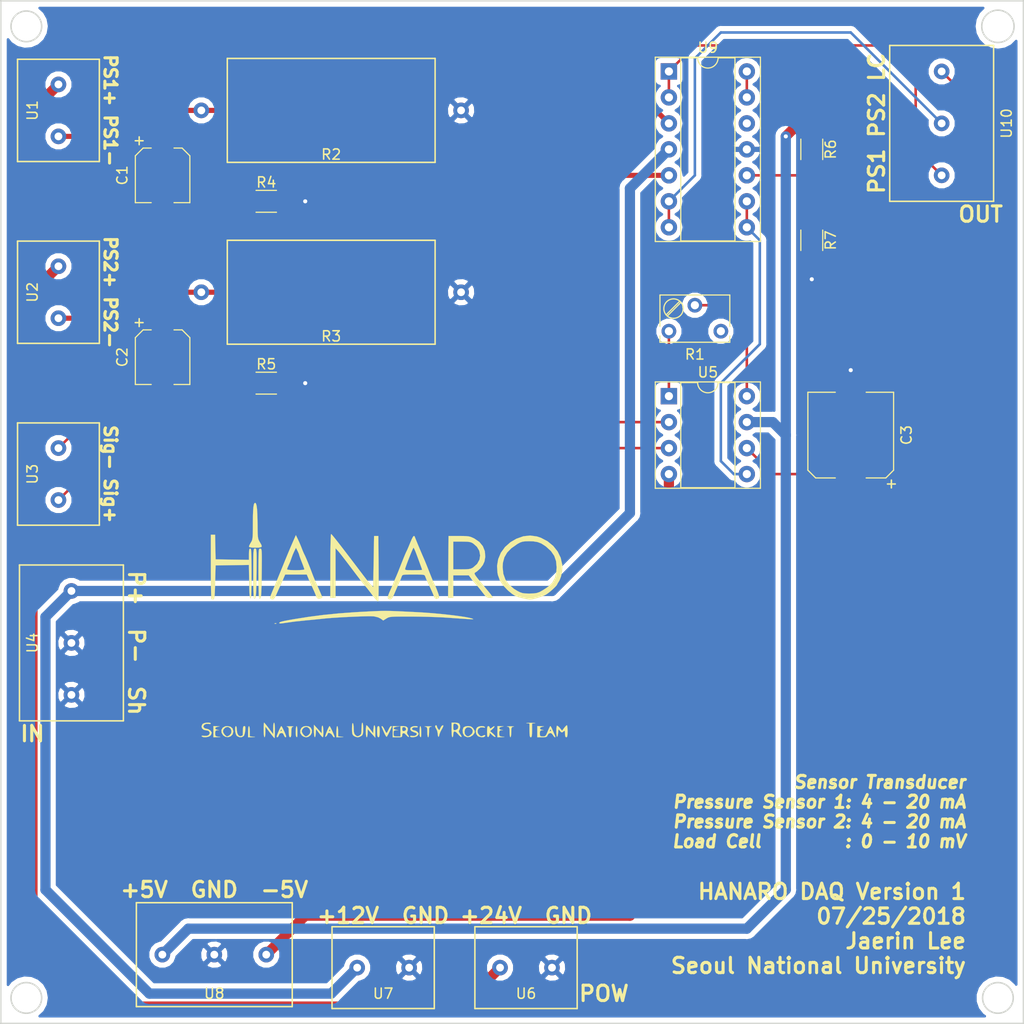
<source format=kicad_pcb>
(kicad_pcb (version 20171130) (host pcbnew "(5.0.0)")

  (general
    (thickness 1.6)
    (drawings 21)
    (tracks 97)
    (zones 0)
    (modules 21)
    (nets 21)
  )

  (page A4)
  (layers
    (0 F.Cu signal)
    (31 B.Cu signal)
    (32 B.Adhes user)
    (33 F.Adhes user)
    (34 B.Paste user)
    (35 F.Paste user)
    (36 B.SilkS user)
    (37 F.SilkS user)
    (38 B.Mask user)
    (39 F.Mask user)
    (40 Dwgs.User user)
    (41 Cmts.User user)
    (42 Eco1.User user)
    (43 Eco2.User user)
    (44 Edge.Cuts user)
    (45 Margin user)
    (46 B.CrtYd user)
    (47 F.CrtYd user)
    (48 B.Fab user)
    (49 F.Fab user)
  )

  (setup
    (last_trace_width 0.25)
    (user_trace_width 0.5)
    (user_trace_width 1)
    (trace_clearance 0.2)
    (zone_clearance 0.508)
    (zone_45_only no)
    (trace_min 0.2)
    (segment_width 0.2)
    (edge_width 0.15)
    (via_size 0.6)
    (via_drill 0.4)
    (via_min_size 0.4)
    (via_min_drill 0.3)
    (uvia_size 0.3)
    (uvia_drill 0.1)
    (uvias_allowed no)
    (uvia_min_size 0.2)
    (uvia_min_drill 0.1)
    (pcb_text_width 0.3)
    (pcb_text_size 1.5 1.5)
    (mod_edge_width 0.15)
    (mod_text_size 1 1)
    (mod_text_width 0.15)
    (pad_size 1.524 1.524)
    (pad_drill 0.762)
    (pad_to_mask_clearance 0.2)
    (aux_axis_origin 0 0)
    (visible_elements 7FFFFFFF)
    (pcbplotparams
      (layerselection 0x010f0_ffffffff)
      (usegerberextensions false)
      (usegerberattributes false)
      (usegerberadvancedattributes false)
      (creategerberjobfile false)
      (excludeedgelayer true)
      (linewidth 0.100000)
      (plotframeref false)
      (viasonmask false)
      (mode 1)
      (useauxorigin false)
      (hpglpennumber 1)
      (hpglpenspeed 20)
      (hpglpendiameter 15.000000)
      (psnegative false)
      (psa4output false)
      (plotreference true)
      (plotvalue true)
      (plotinvisibletext false)
      (padsonsilk false)
      (subtractmaskfromsilk false)
      (outputformat 1)
      (mirror false)
      (drillshape 0)
      (scaleselection 1)
      (outputdirectory ""))
  )

  (net 0 "")
  (net 1 /PS1-)
  (net 2 "Net-(C1-Pad2)")
  (net 3 /PS2-)
  (net 4 "Net-(C2-Pad2)")
  (net 5 /LCout)
  (net 6 GND)
  (net 7 "Net-(R1-Pad1)")
  (net 8 "Net-(R1-Pad2)")
  (net 9 +5V)
  (net 10 "Net-(R6-Pad2)")
  (net 11 /24V+)
  (net 12 /LCSig-)
  (net 13 /LCSig+)
  (net 14 +12V)
  (net 15 /AD620Ref)
  (net 16 -9VA)
  (net 17 /PS1out)
  (net 18 /floating)
  (net 19 /PS2out)
  (net 20 "Net-(U9-Pad13)")

  (net_class Default "This is the default net class."
    (clearance 0.2)
    (trace_width 0.25)
    (via_dia 0.6)
    (via_drill 0.4)
    (uvia_dia 0.3)
    (uvia_drill 0.1)
    (add_net +12V)
    (add_net +5V)
    (add_net -9VA)
    (add_net /24V+)
    (add_net /AD620Ref)
    (add_net /LCSig+)
    (add_net /LCSig-)
    (add_net /LCout)
    (add_net /PS1-)
    (add_net /PS1out)
    (add_net /PS2-)
    (add_net /PS2out)
    (add_net /floating)
    (add_net GND)
    (add_net "Net-(C1-Pad2)")
    (add_net "Net-(C2-Pad2)")
    (add_net "Net-(R1-Pad1)")
    (add_net "Net-(R1-Pad2)")
    (add_net "Net-(R6-Pad2)")
    (add_net "Net-(U9-Pad13)")
  )

  (module Capacitors_SMD:CP_Elec_5x5.3 (layer F.Cu) (tedit 58AA8A8F) (tstamp 5B57E3DD)
    (at 50.8 52.07 270)
    (descr "SMT capacitor, aluminium electrolytic, 5x5.3")
    (path /5B581369)
    (attr smd)
    (fp_text reference C1 (at 0 3.92 270) (layer F.SilkS)
      (effects (font (size 1 1) (thickness 0.15)))
    )
    (fp_text value CP1 (at 0 -3.92 270) (layer F.Fab)
      (effects (font (size 1 1) (thickness 0.15)))
    )
    (fp_circle (center 0 0) (end 0.3 2.4) (layer F.Fab) (width 0.1))
    (fp_text user + (at -1.37 -0.08 270) (layer F.Fab)
      (effects (font (size 1 1) (thickness 0.15)))
    )
    (fp_text user + (at -3.38 2.34 270) (layer F.SilkS)
      (effects (font (size 1 1) (thickness 0.15)))
    )
    (fp_text user %R (at 0 3.92 270) (layer F.Fab)
      (effects (font (size 1 1) (thickness 0.15)))
    )
    (fp_line (start 2.51 2.49) (end 2.51 -2.54) (layer F.Fab) (width 0.1))
    (fp_line (start -1.84 2.49) (end 2.51 2.49) (layer F.Fab) (width 0.1))
    (fp_line (start -2.51 1.82) (end -1.84 2.49) (layer F.Fab) (width 0.1))
    (fp_line (start -2.51 -1.87) (end -2.51 1.82) (layer F.Fab) (width 0.1))
    (fp_line (start -1.84 -2.54) (end -2.51 -1.87) (layer F.Fab) (width 0.1))
    (fp_line (start 2.51 -2.54) (end -1.84 -2.54) (layer F.Fab) (width 0.1))
    (fp_line (start 2.67 -2.69) (end 2.67 -1.14) (layer F.SilkS) (width 0.12))
    (fp_line (start 2.67 2.64) (end 2.67 1.09) (layer F.SilkS) (width 0.12))
    (fp_line (start -2.67 1.88) (end -2.67 1.09) (layer F.SilkS) (width 0.12))
    (fp_line (start -2.67 -1.93) (end -2.67 -1.14) (layer F.SilkS) (width 0.12))
    (fp_line (start 2.67 -2.69) (end -1.91 -2.69) (layer F.SilkS) (width 0.12))
    (fp_line (start -1.91 -2.69) (end -2.67 -1.93) (layer F.SilkS) (width 0.12))
    (fp_line (start -2.67 1.88) (end -1.91 2.64) (layer F.SilkS) (width 0.12))
    (fp_line (start -1.91 2.64) (end 2.67 2.64) (layer F.SilkS) (width 0.12))
    (fp_line (start -3.95 -2.79) (end 3.95 -2.79) (layer F.CrtYd) (width 0.05))
    (fp_line (start -3.95 -2.79) (end -3.95 2.74) (layer F.CrtYd) (width 0.05))
    (fp_line (start 3.95 2.74) (end 3.95 -2.79) (layer F.CrtYd) (width 0.05))
    (fp_line (start 3.95 2.74) (end -3.95 2.74) (layer F.CrtYd) (width 0.05))
    (pad 1 smd rect (at -2.2 0 90) (size 3 1.6) (layers F.Cu F.Paste F.Mask)
      (net 1 /PS1-))
    (pad 2 smd rect (at 2.2 0 90) (size 3 1.6) (layers F.Cu F.Paste F.Mask)
      (net 2 "Net-(C1-Pad2)"))
    (model Capacitors_SMD.3dshapes/CP_Elec_5x5.3.wrl
      (at (xyz 0 0 0))
      (scale (xyz 1 1 1))
      (rotate (xyz 0 0 180))
    )
  )

  (module Capacitors_SMD:CP_Elec_5x5.3 (layer F.Cu) (tedit 58AA8A8F) (tstamp 5B57E3E3)
    (at 50.8 69.85 270)
    (descr "SMT capacitor, aluminium electrolytic, 5x5.3")
    (path /5B5813E4)
    (attr smd)
    (fp_text reference C2 (at 0 3.92 270) (layer F.SilkS)
      (effects (font (size 1 1) (thickness 0.15)))
    )
    (fp_text value CP1 (at 0 -3.92 270) (layer F.Fab)
      (effects (font (size 1 1) (thickness 0.15)))
    )
    (fp_circle (center 0 0) (end 0.3 2.4) (layer F.Fab) (width 0.1))
    (fp_text user + (at -1.37 -0.08 270) (layer F.Fab)
      (effects (font (size 1 1) (thickness 0.15)))
    )
    (fp_text user + (at -3.38 2.34 270) (layer F.SilkS)
      (effects (font (size 1 1) (thickness 0.15)))
    )
    (fp_text user %R (at 0 3.92 270) (layer F.Fab)
      (effects (font (size 1 1) (thickness 0.15)))
    )
    (fp_line (start 2.51 2.49) (end 2.51 -2.54) (layer F.Fab) (width 0.1))
    (fp_line (start -1.84 2.49) (end 2.51 2.49) (layer F.Fab) (width 0.1))
    (fp_line (start -2.51 1.82) (end -1.84 2.49) (layer F.Fab) (width 0.1))
    (fp_line (start -2.51 -1.87) (end -2.51 1.82) (layer F.Fab) (width 0.1))
    (fp_line (start -1.84 -2.54) (end -2.51 -1.87) (layer F.Fab) (width 0.1))
    (fp_line (start 2.51 -2.54) (end -1.84 -2.54) (layer F.Fab) (width 0.1))
    (fp_line (start 2.67 -2.69) (end 2.67 -1.14) (layer F.SilkS) (width 0.12))
    (fp_line (start 2.67 2.64) (end 2.67 1.09) (layer F.SilkS) (width 0.12))
    (fp_line (start -2.67 1.88) (end -2.67 1.09) (layer F.SilkS) (width 0.12))
    (fp_line (start -2.67 -1.93) (end -2.67 -1.14) (layer F.SilkS) (width 0.12))
    (fp_line (start 2.67 -2.69) (end -1.91 -2.69) (layer F.SilkS) (width 0.12))
    (fp_line (start -1.91 -2.69) (end -2.67 -1.93) (layer F.SilkS) (width 0.12))
    (fp_line (start -2.67 1.88) (end -1.91 2.64) (layer F.SilkS) (width 0.12))
    (fp_line (start -1.91 2.64) (end 2.67 2.64) (layer F.SilkS) (width 0.12))
    (fp_line (start -3.95 -2.79) (end 3.95 -2.79) (layer F.CrtYd) (width 0.05))
    (fp_line (start -3.95 -2.79) (end -3.95 2.74) (layer F.CrtYd) (width 0.05))
    (fp_line (start 3.95 2.74) (end 3.95 -2.79) (layer F.CrtYd) (width 0.05))
    (fp_line (start 3.95 2.74) (end -3.95 2.74) (layer F.CrtYd) (width 0.05))
    (pad 1 smd rect (at -2.2 0 90) (size 3 1.6) (layers F.Cu F.Paste F.Mask)
      (net 3 /PS2-))
    (pad 2 smd rect (at 2.2 0 90) (size 3 1.6) (layers F.Cu F.Paste F.Mask)
      (net 4 "Net-(C2-Pad2)"))
    (model Capacitors_SMD.3dshapes/CP_Elec_5x5.3.wrl
      (at (xyz 0 0 0))
      (scale (xyz 1 1 1))
      (rotate (xyz 0 0 180))
    )
  )

  (module Capacitors_SMD:CP_Elec_8x10 (layer F.Cu) (tedit 58AA9153) (tstamp 5B57E3E9)
    (at 118.11 77.47 90)
    (descr "SMT capacitor, aluminium electrolytic, 8x10")
    (path /5B5825A2)
    (attr smd)
    (fp_text reference C3 (at 0 5.45 90) (layer F.SilkS)
      (effects (font (size 1 1) (thickness 0.15)))
    )
    (fp_text value CP1 (at 0 -5.45 90) (layer F.Fab)
      (effects (font (size 1 1) (thickness 0.15)))
    )
    (fp_circle (center 0 0) (end -0.6 3.9) (layer F.Fab) (width 0.1))
    (fp_text user + (at -2.31 -0.08 90) (layer F.Fab)
      (effects (font (size 1 1) (thickness 0.15)))
    )
    (fp_text user + (at -4.78 3.9 90) (layer F.SilkS)
      (effects (font (size 1 1) (thickness 0.15)))
    )
    (fp_text user %R (at 0 5.45 90) (layer F.Fab)
      (effects (font (size 1 1) (thickness 0.15)))
    )
    (fp_line (start 4.04 4.04) (end 4.04 -4.04) (layer F.Fab) (width 0.1))
    (fp_line (start -3.37 4.04) (end 4.04 4.04) (layer F.Fab) (width 0.1))
    (fp_line (start -4.04 3.37) (end -3.37 4.04) (layer F.Fab) (width 0.1))
    (fp_line (start -4.04 -3.37) (end -4.04 3.37) (layer F.Fab) (width 0.1))
    (fp_line (start -3.37 -4.04) (end -4.04 -3.37) (layer F.Fab) (width 0.1))
    (fp_line (start 4.04 -4.04) (end -3.37 -4.04) (layer F.Fab) (width 0.1))
    (fp_line (start 4.19 4.19) (end 4.19 1.51) (layer F.SilkS) (width 0.12))
    (fp_line (start 4.19 -4.19) (end 4.19 -1.51) (layer F.SilkS) (width 0.12))
    (fp_line (start -4.19 -3.43) (end -4.19 -1.51) (layer F.SilkS) (width 0.12))
    (fp_line (start -4.19 3.43) (end -4.19 1.51) (layer F.SilkS) (width 0.12))
    (fp_line (start 4.19 4.19) (end -3.43 4.19) (layer F.SilkS) (width 0.12))
    (fp_line (start -3.43 4.19) (end -4.19 3.43) (layer F.SilkS) (width 0.12))
    (fp_line (start -4.19 -3.43) (end -3.43 -4.19) (layer F.SilkS) (width 0.12))
    (fp_line (start -3.43 -4.19) (end 4.19 -4.19) (layer F.SilkS) (width 0.12))
    (fp_line (start -5.3 -4.29) (end 5.3 -4.29) (layer F.CrtYd) (width 0.05))
    (fp_line (start -5.3 -4.29) (end -5.3 4.29) (layer F.CrtYd) (width 0.05))
    (fp_line (start 5.3 4.29) (end 5.3 -4.29) (layer F.CrtYd) (width 0.05))
    (fp_line (start 5.3 4.29) (end -5.3 4.29) (layer F.CrtYd) (width 0.05))
    (pad 1 smd rect (at -3.05 0 270) (size 4 2.5) (layers F.Cu F.Paste F.Mask)
      (net 5 /LCout))
    (pad 2 smd rect (at 3.05 0 270) (size 4 2.5) (layers F.Cu F.Paste F.Mask)
      (net 6 GND))
    (model Capacitors_SMD.3dshapes/CP_Elec_8x10.wrl
      (at (xyz 0 0 0))
      (scale (xyz 1 1 1))
      (rotate (xyz 0 0 180))
    )
  )

  (module Potentiometers:Potentiometer_Trimmer_Bourns_3266W (layer F.Cu) (tedit 58826B0B) (tstamp 5B57E3F0)
    (at 100.33 67.31 180)
    (descr "Spindle Trimmer Potentiometer, Bourns 3266W, https://www.bourns.com/pdfs/3266.pdf")
    (tags "Spindle Trimmer Potentiometer   Bourns 3266W")
    (path /5B5155B7)
    (fp_text reference R1 (at -2.54 -2.27 180) (layer F.SilkS)
      (effects (font (size 1 1) (thickness 0.15)))
    )
    (fp_text value R_Variable (at -2.54 4.73 180) (layer F.Fab)
      (effects (font (size 1 1) (thickness 0.15)))
    )
    (fp_circle (center -0.455 2.21) (end 0.435 2.21) (layer F.Fab) (width 0.1))
    (fp_circle (center -0.455 2.21) (end 0.495 2.21) (layer F.SilkS) (width 0.12))
    (fp_line (start -5.895 -1.02) (end -5.895 3.48) (layer F.Fab) (width 0.1))
    (fp_line (start -5.895 3.48) (end 0.815 3.48) (layer F.Fab) (width 0.1))
    (fp_line (start 0.815 3.48) (end 0.815 -1.02) (layer F.Fab) (width 0.1))
    (fp_line (start 0.815 -1.02) (end -5.895 -1.02) (layer F.Fab) (width 0.1))
    (fp_line (start 0.22 1.644) (end -1.021 2.885) (layer F.Fab) (width 0.1))
    (fp_line (start 0.112 1.536) (end -1.13 2.777) (layer F.Fab) (width 0.1))
    (fp_line (start -5.955 -1.08) (end 0.875 -1.08) (layer F.SilkS) (width 0.12))
    (fp_line (start -5.955 3.54) (end 0.875 3.54) (layer F.SilkS) (width 0.12))
    (fp_line (start -5.955 -1.08) (end -5.955 -0.465) (layer F.SilkS) (width 0.12))
    (fp_line (start -5.955 0.465) (end -5.955 3.54) (layer F.SilkS) (width 0.12))
    (fp_line (start 0.875 -1.08) (end 0.875 -0.465) (layer F.SilkS) (width 0.12))
    (fp_line (start 0.875 0.465) (end 0.875 3.54) (layer F.SilkS) (width 0.12))
    (fp_line (start 0.266 1.606) (end -1.059 2.931) (layer F.SilkS) (width 0.12))
    (fp_line (start 0.15 1.49) (end -1.175 2.815) (layer F.SilkS) (width 0.12))
    (fp_line (start -6.15 -1.3) (end -6.15 3.75) (layer F.CrtYd) (width 0.05))
    (fp_line (start -6.15 3.75) (end 1.1 3.75) (layer F.CrtYd) (width 0.05))
    (fp_line (start 1.1 3.75) (end 1.1 -1.3) (layer F.CrtYd) (width 0.05))
    (fp_line (start 1.1 -1.3) (end -6.15 -1.3) (layer F.CrtYd) (width 0.05))
    (pad 1 thru_hole circle (at 0 0 180) (size 1.44 1.44) (drill 0.8) (layers *.Cu *.Mask)
      (net 7 "Net-(R1-Pad1)"))
    (pad 2 thru_hole circle (at -2.54 2.54 180) (size 1.44 1.44) (drill 0.8) (layers *.Cu *.Mask)
      (net 8 "Net-(R1-Pad2)"))
    (pad 3 thru_hole circle (at -5.08 0 180) (size 1.44 1.44) (drill 0.8) (layers *.Cu *.Mask))
    (model Potentiometers.3dshapes/Potentiometer_Trimmer_Bourns_3266W.wrl
      (at (xyz 0 0 0))
      (scale (xyz 0.393701 0.393701 0.393701))
      (rotate (xyz 0 0 0))
    )
  )

  (module Hanaro:Register.Cement.Square.Large (layer F.Cu) (tedit 5B56B262) (tstamp 5B57E3F6)
    (at 67.31 45.72)
    (path /5B514D41)
    (fp_text reference R2 (at 0 4.31) (layer F.SilkS)
      (effects (font (size 1 1) (thickness 0.15)))
    )
    (fp_text value R (at 0 -5.58) (layer F.Fab)
      (effects (font (size 1 1) (thickness 0.15)))
    )
    (fp_line (start -10.16 5.08) (end 10.16 5.08) (layer F.SilkS) (width 0.15))
    (fp_line (start 10.16 -5.08) (end -10.16 -5.08) (layer F.SilkS) (width 0.15))
    (fp_line (start 10.16 -5.08) (end 10.16 5.08) (layer F.SilkS) (width 0.15))
    (fp_line (start -10.16 5.08) (end -10.16 -5.08) (layer F.SilkS) (width 0.15))
    (pad 1 thru_hole circle (at -12.7 0) (size 1.524 1.524) (drill 0.762) (layers *.Cu *.Mask)
      (net 1 /PS1-))
    (pad 2 thru_hole circle (at 12.7 0) (size 1.524 1.524) (drill 0.762) (layers *.Cu *.Mask)
      (net 6 GND))
  )

  (module Hanaro:Register.Cement.Square.Large (layer F.Cu) (tedit 5B56B262) (tstamp 5B57E3FC)
    (at 67.31 63.5)
    (path /5B514D7A)
    (fp_text reference R3 (at 0 4.31) (layer F.SilkS)
      (effects (font (size 1 1) (thickness 0.15)))
    )
    (fp_text value R (at 0 -5.58) (layer F.Fab)
      (effects (font (size 1 1) (thickness 0.15)))
    )
    (fp_line (start -10.16 5.08) (end 10.16 5.08) (layer F.SilkS) (width 0.15))
    (fp_line (start 10.16 -5.08) (end -10.16 -5.08) (layer F.SilkS) (width 0.15))
    (fp_line (start 10.16 -5.08) (end 10.16 5.08) (layer F.SilkS) (width 0.15))
    (fp_line (start -10.16 5.08) (end -10.16 -5.08) (layer F.SilkS) (width 0.15))
    (pad 1 thru_hole circle (at -12.7 0) (size 1.524 1.524) (drill 0.762) (layers *.Cu *.Mask)
      (net 3 /PS2-))
    (pad 2 thru_hole circle (at 12.7 0) (size 1.524 1.524) (drill 0.762) (layers *.Cu *.Mask)
      (net 6 GND))
  )

  (module Resistors_SMD:R_1206_HandSoldering (layer F.Cu) (tedit 58E0A804) (tstamp 5B57E402)
    (at 60.96 54.61)
    (descr "Resistor SMD 1206, hand soldering")
    (tags "resistor 1206")
    (path /5B514DA5)
    (attr smd)
    (fp_text reference R4 (at 0 -1.85) (layer F.SilkS)
      (effects (font (size 1 1) (thickness 0.15)))
    )
    (fp_text value R (at 0 1.9) (layer F.Fab)
      (effects (font (size 1 1) (thickness 0.15)))
    )
    (fp_text user %R (at 0 0) (layer F.Fab)
      (effects (font (size 0.7 0.7) (thickness 0.105)))
    )
    (fp_line (start -1.6 0.8) (end -1.6 -0.8) (layer F.Fab) (width 0.1))
    (fp_line (start 1.6 0.8) (end -1.6 0.8) (layer F.Fab) (width 0.1))
    (fp_line (start 1.6 -0.8) (end 1.6 0.8) (layer F.Fab) (width 0.1))
    (fp_line (start -1.6 -0.8) (end 1.6 -0.8) (layer F.Fab) (width 0.1))
    (fp_line (start 1 1.07) (end -1 1.07) (layer F.SilkS) (width 0.12))
    (fp_line (start -1 -1.07) (end 1 -1.07) (layer F.SilkS) (width 0.12))
    (fp_line (start -3.25 -1.11) (end 3.25 -1.11) (layer F.CrtYd) (width 0.05))
    (fp_line (start -3.25 -1.11) (end -3.25 1.1) (layer F.CrtYd) (width 0.05))
    (fp_line (start 3.25 1.1) (end 3.25 -1.11) (layer F.CrtYd) (width 0.05))
    (fp_line (start 3.25 1.1) (end -3.25 1.1) (layer F.CrtYd) (width 0.05))
    (pad 1 smd rect (at -2 0) (size 2 1.7) (layers F.Cu F.Paste F.Mask)
      (net 2 "Net-(C1-Pad2)"))
    (pad 2 smd rect (at 2 0) (size 2 1.7) (layers F.Cu F.Paste F.Mask)
      (net 6 GND))
    (model ${KISYS3DMOD}/Resistors_SMD.3dshapes/R_1206.wrl
      (at (xyz 0 0 0))
      (scale (xyz 1 1 1))
      (rotate (xyz 0 0 0))
    )
  )

  (module Resistors_SMD:R_1206_HandSoldering (layer F.Cu) (tedit 58E0A804) (tstamp 5B57E408)
    (at 60.96 72.39)
    (descr "Resistor SMD 1206, hand soldering")
    (tags "resistor 1206")
    (path /5B514E04)
    (attr smd)
    (fp_text reference R5 (at 0 -1.85) (layer F.SilkS)
      (effects (font (size 1 1) (thickness 0.15)))
    )
    (fp_text value R (at 0 1.9) (layer F.Fab)
      (effects (font (size 1 1) (thickness 0.15)))
    )
    (fp_text user %R (at 0 0) (layer F.Fab)
      (effects (font (size 0.7 0.7) (thickness 0.105)))
    )
    (fp_line (start -1.6 0.8) (end -1.6 -0.8) (layer F.Fab) (width 0.1))
    (fp_line (start 1.6 0.8) (end -1.6 0.8) (layer F.Fab) (width 0.1))
    (fp_line (start 1.6 -0.8) (end 1.6 0.8) (layer F.Fab) (width 0.1))
    (fp_line (start -1.6 -0.8) (end 1.6 -0.8) (layer F.Fab) (width 0.1))
    (fp_line (start 1 1.07) (end -1 1.07) (layer F.SilkS) (width 0.12))
    (fp_line (start -1 -1.07) (end 1 -1.07) (layer F.SilkS) (width 0.12))
    (fp_line (start -3.25 -1.11) (end 3.25 -1.11) (layer F.CrtYd) (width 0.05))
    (fp_line (start -3.25 -1.11) (end -3.25 1.1) (layer F.CrtYd) (width 0.05))
    (fp_line (start 3.25 1.1) (end 3.25 -1.11) (layer F.CrtYd) (width 0.05))
    (fp_line (start 3.25 1.1) (end -3.25 1.1) (layer F.CrtYd) (width 0.05))
    (pad 1 smd rect (at -2 0) (size 2 1.7) (layers F.Cu F.Paste F.Mask)
      (net 4 "Net-(C2-Pad2)"))
    (pad 2 smd rect (at 2 0) (size 2 1.7) (layers F.Cu F.Paste F.Mask)
      (net 6 GND))
    (model ${KISYS3DMOD}/Resistors_SMD.3dshapes/R_1206.wrl
      (at (xyz 0 0 0))
      (scale (xyz 1 1 1))
      (rotate (xyz 0 0 0))
    )
  )

  (module Resistors_SMD:R_1206_HandSoldering (layer F.Cu) (tedit 58E0A804) (tstamp 5B57E40E)
    (at 114.3 49.53 270)
    (descr "Resistor SMD 1206, hand soldering")
    (tags "resistor 1206")
    (path /5B51C99E)
    (attr smd)
    (fp_text reference R6 (at 0 -1.85 270) (layer F.SilkS)
      (effects (font (size 1 1) (thickness 0.15)))
    )
    (fp_text value R (at 0 1.9 270) (layer F.Fab)
      (effects (font (size 1 1) (thickness 0.15)))
    )
    (fp_text user %R (at 0 0 270) (layer F.Fab)
      (effects (font (size 0.7 0.7) (thickness 0.105)))
    )
    (fp_line (start -1.6 0.8) (end -1.6 -0.8) (layer F.Fab) (width 0.1))
    (fp_line (start 1.6 0.8) (end -1.6 0.8) (layer F.Fab) (width 0.1))
    (fp_line (start 1.6 -0.8) (end 1.6 0.8) (layer F.Fab) (width 0.1))
    (fp_line (start -1.6 -0.8) (end 1.6 -0.8) (layer F.Fab) (width 0.1))
    (fp_line (start 1 1.07) (end -1 1.07) (layer F.SilkS) (width 0.12))
    (fp_line (start -1 -1.07) (end 1 -1.07) (layer F.SilkS) (width 0.12))
    (fp_line (start -3.25 -1.11) (end 3.25 -1.11) (layer F.CrtYd) (width 0.05))
    (fp_line (start -3.25 -1.11) (end -3.25 1.1) (layer F.CrtYd) (width 0.05))
    (fp_line (start 3.25 1.1) (end 3.25 -1.11) (layer F.CrtYd) (width 0.05))
    (fp_line (start 3.25 1.1) (end -3.25 1.1) (layer F.CrtYd) (width 0.05))
    (pad 1 smd rect (at -2 0 270) (size 2 1.7) (layers F.Cu F.Paste F.Mask)
      (net 9 +5V))
    (pad 2 smd rect (at 2 0 270) (size 2 1.7) (layers F.Cu F.Paste F.Mask)
      (net 10 "Net-(R6-Pad2)"))
    (model ${KISYS3DMOD}/Resistors_SMD.3dshapes/R_1206.wrl
      (at (xyz 0 0 0))
      (scale (xyz 1 1 1))
      (rotate (xyz 0 0 0))
    )
  )

  (module Resistors_SMD:R_1206_HandSoldering (layer F.Cu) (tedit 58E0A804) (tstamp 5B57E414)
    (at 114.3 58.42 270)
    (descr "Resistor SMD 1206, hand soldering")
    (tags "resistor 1206")
    (path /5B51C9FC)
    (attr smd)
    (fp_text reference R7 (at 0 -1.85 270) (layer F.SilkS)
      (effects (font (size 1 1) (thickness 0.15)))
    )
    (fp_text value R (at 0 1.9 270) (layer F.Fab)
      (effects (font (size 1 1) (thickness 0.15)))
    )
    (fp_text user %R (at 0 0 270) (layer F.Fab)
      (effects (font (size 0.7 0.7) (thickness 0.105)))
    )
    (fp_line (start -1.6 0.8) (end -1.6 -0.8) (layer F.Fab) (width 0.1))
    (fp_line (start 1.6 0.8) (end -1.6 0.8) (layer F.Fab) (width 0.1))
    (fp_line (start 1.6 -0.8) (end 1.6 0.8) (layer F.Fab) (width 0.1))
    (fp_line (start -1.6 -0.8) (end 1.6 -0.8) (layer F.Fab) (width 0.1))
    (fp_line (start 1 1.07) (end -1 1.07) (layer F.SilkS) (width 0.12))
    (fp_line (start -1 -1.07) (end 1 -1.07) (layer F.SilkS) (width 0.12))
    (fp_line (start -3.25 -1.11) (end 3.25 -1.11) (layer F.CrtYd) (width 0.05))
    (fp_line (start -3.25 -1.11) (end -3.25 1.1) (layer F.CrtYd) (width 0.05))
    (fp_line (start 3.25 1.1) (end 3.25 -1.11) (layer F.CrtYd) (width 0.05))
    (fp_line (start 3.25 1.1) (end -3.25 1.1) (layer F.CrtYd) (width 0.05))
    (pad 1 smd rect (at -2 0 270) (size 2 1.7) (layers F.Cu F.Paste F.Mask)
      (net 10 "Net-(R6-Pad2)"))
    (pad 2 smd rect (at 2 0 270) (size 2 1.7) (layers F.Cu F.Paste F.Mask)
      (net 6 GND))
    (model ${KISYS3DMOD}/Resistors_SMD.3dshapes/R_1206.wrl
      (at (xyz 0 0 0))
      (scale (xyz 1 1 1))
      (rotate (xyz 0 0 0))
    )
  )

  (module Hanaro:Connector.2pin (layer F.Cu) (tedit 5B57E548) (tstamp 5B57E41A)
    (at 40.64 45.72 270)
    (path /5B57EA8A)
    (fp_text reference U1 (at 0 2.54 270) (layer F.SilkS)
      (effects (font (size 1 1) (thickness 0.15)))
    )
    (fp_text value Conn2 (at 0 -5 270) (layer F.Fab)
      (effects (font (size 1 1) (thickness 0.15)))
    )
    (fp_line (start -5 -4) (end 5 -4) (layer F.SilkS) (width 0.15))
    (fp_line (start 5 -4) (end 5 4) (layer F.SilkS) (width 0.15))
    (fp_line (start 5 4) (end -5 4) (layer F.SilkS) (width 0.15))
    (fp_line (start -5 4) (end -5 -4) (layer F.SilkS) (width 0.15))
    (pad 1 thru_hole circle (at -2.54 0 270) (size 1.524 1.524) (drill 0.762) (layers *.Cu *.Mask)
      (net 11 /24V+))
    (pad 2 thru_hole circle (at 2.54 0 270) (size 1.524 1.524) (drill 0.762) (layers *.Cu *.Mask)
      (net 1 /PS1-))
  )

  (module Hanaro:Connector.2pin (layer F.Cu) (tedit 5B57E54A) (tstamp 5B57E420)
    (at 40.64 63.5 270)
    (path /5B57EFB1)
    (fp_text reference U2 (at 0 2.54 270) (layer F.SilkS)
      (effects (font (size 1 1) (thickness 0.15)))
    )
    (fp_text value Conn2 (at 0 -5 270) (layer F.Fab)
      (effects (font (size 1 1) (thickness 0.15)))
    )
    (fp_line (start -5 -4) (end 5 -4) (layer F.SilkS) (width 0.15))
    (fp_line (start 5 -4) (end 5 4) (layer F.SilkS) (width 0.15))
    (fp_line (start 5 4) (end -5 4) (layer F.SilkS) (width 0.15))
    (fp_line (start -5 4) (end -5 -4) (layer F.SilkS) (width 0.15))
    (pad 1 thru_hole circle (at -2.54 0 270) (size 1.524 1.524) (drill 0.762) (layers *.Cu *.Mask)
      (net 11 /24V+))
    (pad 2 thru_hole circle (at 2.54 0 270) (size 1.524 1.524) (drill 0.762) (layers *.Cu *.Mask)
      (net 3 /PS2-))
  )

  (module Hanaro:Connector.2pin (layer F.Cu) (tedit 5B57E54C) (tstamp 5B57E426)
    (at 40.64 81.28 270)
    (path /5B57F026)
    (fp_text reference U3 (at 0 2.54 270) (layer F.SilkS)
      (effects (font (size 1 1) (thickness 0.15)))
    )
    (fp_text value Conn2 (at 0 -5 270) (layer F.Fab)
      (effects (font (size 1 1) (thickness 0.15)))
    )
    (fp_line (start -5 -4) (end 5 -4) (layer F.SilkS) (width 0.15))
    (fp_line (start 5 -4) (end 5 4) (layer F.SilkS) (width 0.15))
    (fp_line (start 5 4) (end -5 4) (layer F.SilkS) (width 0.15))
    (fp_line (start -5 4) (end -5 -4) (layer F.SilkS) (width 0.15))
    (pad 1 thru_hole circle (at -2.54 0 270) (size 1.524 1.524) (drill 0.762) (layers *.Cu *.Mask)
      (net 12 /LCSig-))
    (pad 2 thru_hole circle (at 2.54 0 270) (size 1.524 1.524) (drill 0.762) (layers *.Cu *.Mask)
      (net 13 /LCSig+))
  )

  (module Hanaro:Connector.3pin (layer F.Cu) (tedit 5B57E54E) (tstamp 5B57E42D)
    (at 41.91 97.79 270)
    (path /5B57F085)
    (fp_text reference U4 (at 0 3.81 270) (layer F.SilkS)
      (effects (font (size 1 1) (thickness 0.15)))
    )
    (fp_text value Conn3 (at 0 -6.35 270) (layer F.Fab)
      (effects (font (size 1 1) (thickness 0.15)))
    )
    (fp_line (start 7.62 -5.08) (end 7.62 5.08) (layer F.SilkS) (width 0.15))
    (fp_line (start 7.62 5.08) (end -7.62 5.08) (layer F.SilkS) (width 0.15))
    (fp_line (start -7.62 5.08) (end -7.62 -5.08) (layer F.SilkS) (width 0.15))
    (fp_line (start -7.62 -5.08) (end 7.62 -5.08) (layer F.SilkS) (width 0.15))
    (pad 2 thru_hole circle (at 0 0 270) (size 1.524 1.524) (drill 0.762) (layers *.Cu *.Mask)
      (net 6 GND))
    (pad 1 thru_hole circle (at -5.08 0 270) (size 1.524 1.524) (drill 0.762) (layers *.Cu *.Mask)
      (net 14 +12V))
    (pad 3 thru_hole circle (at 5.08 0 270) (size 1.524 1.524) (drill 0.762) (layers *.Cu *.Mask)
      (net 6 GND))
  )

  (module Housings_DIP:DIP-8_W7.62mm_Socket (layer F.Cu) (tedit 59C78D6B) (tstamp 5B57E439)
    (at 100.33 73.66)
    (descr "8-lead though-hole mounted DIP package, row spacing 7.62 mm (300 mils), Socket")
    (tags "THT DIP DIL PDIP 2.54mm 7.62mm 300mil Socket")
    (path /5B51558E)
    (fp_text reference U5 (at 3.81 -2.33) (layer F.SilkS)
      (effects (font (size 1 1) (thickness 0.15)))
    )
    (fp_text value AD620 (at 3.81 9.95) (layer F.Fab)
      (effects (font (size 1 1) (thickness 0.15)))
    )
    (fp_arc (start 3.81 -1.33) (end 2.81 -1.33) (angle -180) (layer F.SilkS) (width 0.12))
    (fp_line (start 1.635 -1.27) (end 6.985 -1.27) (layer F.Fab) (width 0.1))
    (fp_line (start 6.985 -1.27) (end 6.985 8.89) (layer F.Fab) (width 0.1))
    (fp_line (start 6.985 8.89) (end 0.635 8.89) (layer F.Fab) (width 0.1))
    (fp_line (start 0.635 8.89) (end 0.635 -0.27) (layer F.Fab) (width 0.1))
    (fp_line (start 0.635 -0.27) (end 1.635 -1.27) (layer F.Fab) (width 0.1))
    (fp_line (start -1.27 -1.33) (end -1.27 8.95) (layer F.Fab) (width 0.1))
    (fp_line (start -1.27 8.95) (end 8.89 8.95) (layer F.Fab) (width 0.1))
    (fp_line (start 8.89 8.95) (end 8.89 -1.33) (layer F.Fab) (width 0.1))
    (fp_line (start 8.89 -1.33) (end -1.27 -1.33) (layer F.Fab) (width 0.1))
    (fp_line (start 2.81 -1.33) (end 1.16 -1.33) (layer F.SilkS) (width 0.12))
    (fp_line (start 1.16 -1.33) (end 1.16 8.95) (layer F.SilkS) (width 0.12))
    (fp_line (start 1.16 8.95) (end 6.46 8.95) (layer F.SilkS) (width 0.12))
    (fp_line (start 6.46 8.95) (end 6.46 -1.33) (layer F.SilkS) (width 0.12))
    (fp_line (start 6.46 -1.33) (end 4.81 -1.33) (layer F.SilkS) (width 0.12))
    (fp_line (start -1.33 -1.39) (end -1.33 9.01) (layer F.SilkS) (width 0.12))
    (fp_line (start -1.33 9.01) (end 8.95 9.01) (layer F.SilkS) (width 0.12))
    (fp_line (start 8.95 9.01) (end 8.95 -1.39) (layer F.SilkS) (width 0.12))
    (fp_line (start 8.95 -1.39) (end -1.33 -1.39) (layer F.SilkS) (width 0.12))
    (fp_line (start -1.55 -1.6) (end -1.55 9.2) (layer F.CrtYd) (width 0.05))
    (fp_line (start -1.55 9.2) (end 9.15 9.2) (layer F.CrtYd) (width 0.05))
    (fp_line (start 9.15 9.2) (end 9.15 -1.6) (layer F.CrtYd) (width 0.05))
    (fp_line (start 9.15 -1.6) (end -1.55 -1.6) (layer F.CrtYd) (width 0.05))
    (fp_text user %R (at 3.81 3.81) (layer F.Fab)
      (effects (font (size 1 1) (thickness 0.15)))
    )
    (pad 1 thru_hole rect (at 0 0) (size 1.6 1.6) (drill 0.8) (layers *.Cu *.Mask)
      (net 7 "Net-(R1-Pad1)"))
    (pad 5 thru_hole oval (at 7.62 7.62) (size 1.6 1.6) (drill 0.8) (layers *.Cu *.Mask)
      (net 15 /AD620Ref))
    (pad 2 thru_hole oval (at 0 2.54) (size 1.6 1.6) (drill 0.8) (layers *.Cu *.Mask)
      (net 12 /LCSig-))
    (pad 6 thru_hole oval (at 7.62 5.08) (size 1.6 1.6) (drill 0.8) (layers *.Cu *.Mask)
      (net 5 /LCout))
    (pad 3 thru_hole oval (at 0 5.08) (size 1.6 1.6) (drill 0.8) (layers *.Cu *.Mask)
      (net 13 /LCSig+))
    (pad 7 thru_hole oval (at 7.62 2.54) (size 1.6 1.6) (drill 0.8) (layers *.Cu *.Mask)
      (net 9 +5V))
    (pad 4 thru_hole oval (at 0 7.62) (size 1.6 1.6) (drill 0.8) (layers *.Cu *.Mask)
      (net 16 -9VA))
    (pad 8 thru_hole oval (at 7.62 0) (size 1.6 1.6) (drill 0.8) (layers *.Cu *.Mask)
      (net 8 "Net-(R1-Pad2)"))
    (model ${KISYS3DMOD}/Housings_DIP.3dshapes/DIP-8_W7.62mm_Socket.wrl
      (at (xyz 0 0 0))
      (scale (xyz 1 1 1))
      (rotate (xyz 0 0 0))
    )
  )

  (module Hanaro:Connector.2pin (layer F.Cu) (tedit 5B57E552) (tstamp 5B57E43F)
    (at 86.36 129.54)
    (path /5B5801BA)
    (fp_text reference U6 (at 0 2.54) (layer F.SilkS)
      (effects (font (size 1 1) (thickness 0.15)))
    )
    (fp_text value Conn2 (at 0 -5) (layer F.Fab)
      (effects (font (size 1 1) (thickness 0.15)))
    )
    (fp_line (start -5 -4) (end 5 -4) (layer F.SilkS) (width 0.15))
    (fp_line (start 5 -4) (end 5 4) (layer F.SilkS) (width 0.15))
    (fp_line (start 5 4) (end -5 4) (layer F.SilkS) (width 0.15))
    (fp_line (start -5 4) (end -5 -4) (layer F.SilkS) (width 0.15))
    (pad 1 thru_hole circle (at -2.54 0) (size 1.524 1.524) (drill 0.762) (layers *.Cu *.Mask)
      (net 11 /24V+))
    (pad 2 thru_hole circle (at 2.54 0) (size 1.524 1.524) (drill 0.762) (layers *.Cu *.Mask)
      (net 6 GND))
  )

  (module Hanaro:Connector.2pin (layer F.Cu) (tedit 5B57E551) (tstamp 5B57E445)
    (at 72.39 129.54)
    (path /5B580119)
    (fp_text reference U7 (at 0 2.54) (layer F.SilkS)
      (effects (font (size 1 1) (thickness 0.15)))
    )
    (fp_text value Conn2 (at 0 -5) (layer F.Fab)
      (effects (font (size 1 1) (thickness 0.15)))
    )
    (fp_line (start -5 -4) (end 5 -4) (layer F.SilkS) (width 0.15))
    (fp_line (start 5 -4) (end 5 4) (layer F.SilkS) (width 0.15))
    (fp_line (start 5 4) (end -5 4) (layer F.SilkS) (width 0.15))
    (fp_line (start -5 4) (end -5 -4) (layer F.SilkS) (width 0.15))
    (pad 1 thru_hole circle (at -2.54 0) (size 1.524 1.524) (drill 0.762) (layers *.Cu *.Mask)
      (net 14 +12V))
    (pad 2 thru_hole circle (at 2.54 0) (size 1.524 1.524) (drill 0.762) (layers *.Cu *.Mask)
      (net 6 GND))
  )

  (module Hanaro:Connector.3pin (layer F.Cu) (tedit 5B57E54F) (tstamp 5B57E44C)
    (at 55.88 128.27)
    (path /5B580098)
    (fp_text reference U8 (at 0 3.81) (layer F.SilkS)
      (effects (font (size 1 1) (thickness 0.15)))
    )
    (fp_text value Conn3 (at 0 -6.35) (layer F.Fab)
      (effects (font (size 1 1) (thickness 0.15)))
    )
    (fp_line (start 7.62 -5.08) (end 7.62 5.08) (layer F.SilkS) (width 0.15))
    (fp_line (start 7.62 5.08) (end -7.62 5.08) (layer F.SilkS) (width 0.15))
    (fp_line (start -7.62 5.08) (end -7.62 -5.08) (layer F.SilkS) (width 0.15))
    (fp_line (start -7.62 -5.08) (end 7.62 -5.08) (layer F.SilkS) (width 0.15))
    (pad 2 thru_hole circle (at 0 0) (size 1.524 1.524) (drill 0.762) (layers *.Cu *.Mask)
      (net 6 GND))
    (pad 1 thru_hole circle (at -5.08 0) (size 1.524 1.524) (drill 0.762) (layers *.Cu *.Mask)
      (net 9 +5V))
    (pad 3 thru_hole circle (at 5.08 0) (size 1.524 1.524) (drill 0.762) (layers *.Cu *.Mask)
      (net 16 -9VA))
  )

  (module Housings_DIP:DIP-14_W7.62mm_Socket (layer F.Cu) (tedit 59C78D6B) (tstamp 5B57E45E)
    (at 100.33 41.91)
    (descr "14-lead though-hole mounted DIP package, row spacing 7.62 mm (300 mils), Socket")
    (tags "THT DIP DIL PDIP 2.54mm 7.62mm 300mil Socket")
    (path /5B51561E)
    (fp_text reference U9 (at 3.81 -2.33) (layer F.SilkS)
      (effects (font (size 1 1) (thickness 0.15)))
    )
    (fp_text value LM324 (at 3.81 17.57) (layer F.Fab)
      (effects (font (size 1 1) (thickness 0.15)))
    )
    (fp_arc (start 3.81 -1.33) (end 2.81 -1.33) (angle -180) (layer F.SilkS) (width 0.12))
    (fp_line (start 1.635 -1.27) (end 6.985 -1.27) (layer F.Fab) (width 0.1))
    (fp_line (start 6.985 -1.27) (end 6.985 16.51) (layer F.Fab) (width 0.1))
    (fp_line (start 6.985 16.51) (end 0.635 16.51) (layer F.Fab) (width 0.1))
    (fp_line (start 0.635 16.51) (end 0.635 -0.27) (layer F.Fab) (width 0.1))
    (fp_line (start 0.635 -0.27) (end 1.635 -1.27) (layer F.Fab) (width 0.1))
    (fp_line (start -1.27 -1.33) (end -1.27 16.57) (layer F.Fab) (width 0.1))
    (fp_line (start -1.27 16.57) (end 8.89 16.57) (layer F.Fab) (width 0.1))
    (fp_line (start 8.89 16.57) (end 8.89 -1.33) (layer F.Fab) (width 0.1))
    (fp_line (start 8.89 -1.33) (end -1.27 -1.33) (layer F.Fab) (width 0.1))
    (fp_line (start 2.81 -1.33) (end 1.16 -1.33) (layer F.SilkS) (width 0.12))
    (fp_line (start 1.16 -1.33) (end 1.16 16.57) (layer F.SilkS) (width 0.12))
    (fp_line (start 1.16 16.57) (end 6.46 16.57) (layer F.SilkS) (width 0.12))
    (fp_line (start 6.46 16.57) (end 6.46 -1.33) (layer F.SilkS) (width 0.12))
    (fp_line (start 6.46 -1.33) (end 4.81 -1.33) (layer F.SilkS) (width 0.12))
    (fp_line (start -1.33 -1.39) (end -1.33 16.63) (layer F.SilkS) (width 0.12))
    (fp_line (start -1.33 16.63) (end 8.95 16.63) (layer F.SilkS) (width 0.12))
    (fp_line (start 8.95 16.63) (end 8.95 -1.39) (layer F.SilkS) (width 0.12))
    (fp_line (start 8.95 -1.39) (end -1.33 -1.39) (layer F.SilkS) (width 0.12))
    (fp_line (start -1.55 -1.6) (end -1.55 16.85) (layer F.CrtYd) (width 0.05))
    (fp_line (start -1.55 16.85) (end 9.15 16.85) (layer F.CrtYd) (width 0.05))
    (fp_line (start 9.15 16.85) (end 9.15 -1.6) (layer F.CrtYd) (width 0.05))
    (fp_line (start 9.15 -1.6) (end -1.55 -1.6) (layer F.CrtYd) (width 0.05))
    (fp_text user %R (at 3.81 7.62) (layer F.Fab)
      (effects (font (size 1 1) (thickness 0.15)))
    )
    (pad 1 thru_hole rect (at 0 0) (size 1.6 1.6) (drill 0.8) (layers *.Cu *.Mask)
      (net 17 /PS1out))
    (pad 8 thru_hole oval (at 7.62 15.24) (size 1.6 1.6) (drill 0.8) (layers *.Cu *.Mask)
      (net 15 /AD620Ref))
    (pad 2 thru_hole oval (at 0 2.54) (size 1.6 1.6) (drill 0.8) (layers *.Cu *.Mask)
      (net 17 /PS1out))
    (pad 9 thru_hole oval (at 7.62 12.7) (size 1.6 1.6) (drill 0.8) (layers *.Cu *.Mask)
      (net 15 /AD620Ref))
    (pad 3 thru_hole oval (at 0 5.08) (size 1.6 1.6) (drill 0.8) (layers *.Cu *.Mask)
      (net 1 /PS1-))
    (pad 10 thru_hole oval (at 7.62 10.16) (size 1.6 1.6) (drill 0.8) (layers *.Cu *.Mask)
      (net 10 "Net-(R6-Pad2)"))
    (pad 4 thru_hole oval (at 0 7.62) (size 1.6 1.6) (drill 0.8) (layers *.Cu *.Mask)
      (net 14 +12V))
    (pad 11 thru_hole oval (at 7.62 7.62) (size 1.6 1.6) (drill 0.8) (layers *.Cu *.Mask)
      (net 6 GND))
    (pad 5 thru_hole oval (at 0 10.16) (size 1.6 1.6) (drill 0.8) (layers *.Cu *.Mask)
      (net 3 /PS2-))
    (pad 12 thru_hole oval (at 7.62 5.08) (size 1.6 1.6) (drill 0.8) (layers *.Cu *.Mask)
      (net 18 /floating))
    (pad 6 thru_hole oval (at 0 12.7) (size 1.6 1.6) (drill 0.8) (layers *.Cu *.Mask)
      (net 19 /PS2out))
    (pad 13 thru_hole oval (at 7.62 2.54) (size 1.6 1.6) (drill 0.8) (layers *.Cu *.Mask)
      (net 20 "Net-(U9-Pad13)"))
    (pad 7 thru_hole oval (at 0 15.24) (size 1.6 1.6) (drill 0.8) (layers *.Cu *.Mask)
      (net 19 /PS2out))
    (pad 14 thru_hole oval (at 7.62 0) (size 1.6 1.6) (drill 0.8) (layers *.Cu *.Mask)
      (net 20 "Net-(U9-Pad13)"))
    (model ${KISYS3DMOD}/Housings_DIP.3dshapes/DIP-14_W7.62mm_Socket.wrl
      (at (xyz 0 0 0))
      (scale (xyz 1 1 1))
      (rotate (xyz 0 0 0))
    )
  )

  (module Hanaro:Connector.3pin (layer F.Cu) (tedit 5B56DD90) (tstamp 5B57E465)
    (at 127 46.99 90)
    (path /5B57E5B5)
    (fp_text reference U10 (at 0 6.35 90) (layer F.SilkS)
      (effects (font (size 1 1) (thickness 0.15)))
    )
    (fp_text value Conn3 (at 0 -6.35 90) (layer F.Fab)
      (effects (font (size 1 1) (thickness 0.15)))
    )
    (fp_line (start 7.62 -5.08) (end 7.62 5.08) (layer F.SilkS) (width 0.15))
    (fp_line (start 7.62 5.08) (end -7.62 5.08) (layer F.SilkS) (width 0.15))
    (fp_line (start -7.62 5.08) (end -7.62 -5.08) (layer F.SilkS) (width 0.15))
    (fp_line (start -7.62 -5.08) (end 7.62 -5.08) (layer F.SilkS) (width 0.15))
    (pad 2 thru_hole circle (at 0 0 90) (size 1.524 1.524) (drill 0.762) (layers *.Cu *.Mask)
      (net 19 /PS2out))
    (pad 1 thru_hole circle (at -5.08 0 90) (size 1.524 1.524) (drill 0.762) (layers *.Cu *.Mask)
      (net 17 /PS1out))
    (pad 3 thru_hole circle (at 5.08 0 90) (size 1.524 1.524) (drill 0.762) (layers *.Cu *.Mask)
      (net 5 /LCout))
  )

  (module Hanaro:Logo.Medium (layer F.Cu) (tedit 0) (tstamp 5B57FD86)
    (at 72.39 90.17)
    (fp_text reference G*** (at 0 0) (layer F.SilkS) hide
      (effects (font (size 1.524 1.524) (thickness 0.3)))
    )
    (fp_text value LOGO (at 0.75 0) (layer F.SilkS) hide
      (effects (font (size 1.524 1.524) (thickness 0.3)))
    )
    (fp_poly (pts (xy -10.627431 15.489259) (xy -10.598492 15.710508) (xy -10.584271 16.045283) (xy -10.583333 16.171333)
      (xy -10.587395 16.506915) (xy -10.598275 16.767089) (xy -10.614014 16.914075) (xy -10.622829 16.933333)
      (xy -10.688386 16.870596) (xy -10.828617 16.703483) (xy -11.017341 16.463645) (xy -11.088495 16.370373)
      (xy -11.514667 15.807414) (xy -11.514667 16.32804) (xy -11.527241 16.603759) (xy -11.560235 16.791247)
      (xy -11.599333 16.848667) (xy -11.640566 16.769075) (xy -11.669765 16.550169) (xy -11.683424 16.221754)
      (xy -11.684 16.129) (xy -11.67971 15.803764) (xy -11.66826 15.555031) (xy -11.651786 15.421675)
      (xy -11.644505 15.409333) (xy -11.578948 15.47207) (xy -11.438717 15.639183) (xy -11.249992 15.879022)
      (xy -11.178838 15.972293) (xy -10.752667 16.535253) (xy -10.752667 15.972293) (xy -10.740946 15.679751)
      (xy -10.709784 15.478899) (xy -10.668 15.409333) (xy -10.627431 15.489259)) (layer F.SilkS) (width 0.01))
    (fp_poly (pts (xy -16.904952 15.440581) (xy -16.848667 15.500727) (xy -16.920203 15.554586) (xy -17.083148 15.54062)
      (xy -17.3202 15.539092) (xy -17.499749 15.625334) (xy -17.57738 15.770201) (xy -17.563883 15.856067)
      (xy -17.443381 15.973711) (xy -17.324114 16.002) (xy -17.09293 16.056669) (xy -16.889171 16.190999)
      (xy -16.77292 16.360471) (xy -16.764 16.417012) (xy -16.823314 16.589641) (xy -16.918834 16.708544)
      (xy -17.097524 16.799443) (xy -17.337434 16.842952) (xy -17.570194 16.835449) (xy -17.727439 16.773317)
      (xy -17.744909 16.752281) (xy -17.73505 16.693683) (xy -17.584387 16.696218) (xy -17.517073 16.707118)
      (xy -17.237432 16.70858) (xy -17.040789 16.616696) (xy -16.959598 16.452985) (xy -16.973693 16.346884)
      (xy -17.084512 16.206569) (xy -17.271658 16.171333) (xy -17.538171 16.115379) (xy -17.709719 15.972567)
      (xy -17.763878 15.780477) (xy -17.678226 15.576685) (xy -17.646953 15.542381) (xy -17.501627 15.465134)
      (xy -17.290036 15.420358) (xy -17.071404 15.411144) (xy -16.904952 15.440581)) (layer F.SilkS) (width 0.01))
    (fp_poly (pts (xy -16.234833 15.76155) (xy -16.031344 15.771649) (xy -15.988389 15.783653) (xy -16.097196 15.802503)
      (xy -16.150167 15.809247) (xy -16.349455 15.872399) (xy -16.422599 15.971676) (xy -16.358692 16.068131)
      (xy -16.234833 16.111581) (xy -16.044333 16.148273) (xy -16.234833 16.159803) (xy -16.366229 16.197197)
      (xy -16.418683 16.320701) (xy -16.425333 16.462556) (xy -16.411376 16.654946) (xy -16.336109 16.744528)
      (xy -16.149437 16.782489) (xy -16.107833 16.78699) (xy -15.935174 16.807075) (xy -15.910401 16.819418)
      (xy -16.041812 16.828668) (xy -16.1925 16.834434) (xy -16.594667 16.848667) (xy -16.594667 15.748)
      (xy -16.234833 15.76155)) (layer F.SilkS) (width 0.01))
    (fp_poly (pts (xy -14.929852 15.810559) (xy -14.724236 15.98871) (xy -14.6475 16.268164) (xy -14.647333 16.283833)
      (xy -14.717779 16.555282) (xy -14.898877 16.744183) (xy -15.145269 16.833827) (xy -15.411594 16.807503)
      (xy -15.648575 16.65271) (xy -15.804815 16.389991) (xy -15.808668 16.262047) (xy -15.663333 16.262047)
      (xy -15.609419 16.425019) (xy -15.482961 16.604901) (xy -15.336892 16.736009) (xy -15.258839 16.764)
      (xy -15.14687 16.719914) (xy -15.004839 16.632199) (xy -14.857161 16.445123) (xy -14.831633 16.219218)
      (xy -14.912562 16.00783) (xy -15.08426 15.864306) (xy -15.24 15.832667) (xy -15.453332 15.906455)
      (xy -15.614489 16.085035) (xy -15.663333 16.262047) (xy -15.808668 16.262047) (xy -15.812633 16.130416)
      (xy -15.689159 15.912707) (xy -15.451525 15.775584) (xy -15.248322 15.748) (xy -14.929852 15.810559)) (layer F.SilkS) (width 0.01))
    (fp_poly (pts (xy -13.497546 15.7762) (xy -13.466578 15.886836) (xy -13.47628 16.118957) (xy -13.480863 16.168524)
      (xy -13.52554 16.44158) (xy -13.592967 16.656391) (xy -13.629002 16.718857) (xy -13.820384 16.832797)
      (xy -14.0614 16.835536) (xy -14.279382 16.732987) (xy -14.346199 16.660494) (xy -14.418968 16.488936)
      (xy -14.463475 16.25658) (xy -14.476862 16.018795) (xy -14.456268 15.830947) (xy -14.398833 15.748404)
      (xy -14.393333 15.748) (xy -14.342501 15.8236) (xy -14.312296 16.014557) (xy -14.308667 16.122952)
      (xy -14.268839 16.426249) (xy -14.16314 16.6418) (xy -14.012247 16.738315) (xy -13.909825 16.726536)
      (xy -13.780082 16.684292) (xy -13.751409 16.679333) (xy -13.732012 16.602732) (xy -13.719151 16.405146)
      (xy -13.716 16.213667) (xy -13.706088 15.937949) (xy -13.669284 15.794937) (xy -13.594982 15.74879)
      (xy -13.578228 15.748) (xy -13.497546 15.7762)) (layer F.SilkS) (width 0.01))
    (fp_poly (pts (xy -13.078129 15.825036) (xy -13.047519 16.025905) (xy -13.038667 16.250889) (xy -13.038667 16.753778)
      (xy -12.721167 16.78699) (xy -12.548507 16.807075) (xy -12.523735 16.819418) (xy -12.655145 16.828668)
      (xy -12.805833 16.834434) (xy -13.208 16.848667) (xy -13.208 16.298333) (xy -13.196037 16.010751)
      (xy -13.164348 15.813857) (xy -13.123333 15.748) (xy -13.078129 15.825036)) (layer F.SilkS) (width 0.01))
    (fp_poly (pts (xy -9.900076 15.818152) (xy -9.804398 15.995261) (xy -9.691657 16.22931) (xy -9.585075 16.47028)
      (xy -9.50787 16.668153) (xy -9.482667 16.766509) (xy -9.519788 16.85241) (xy -9.601109 16.821035)
      (xy -9.681568 16.699004) (xy -9.701899 16.637) (xy -9.801089 16.4654) (xy -9.948333 16.425333)
      (xy -10.120474 16.486784) (xy -10.194768 16.637) (xy -10.263672 16.785552) (xy -10.349904 16.853124)
      (xy -10.408404 16.813118) (xy -10.414 16.766414) (xy -10.382278 16.645786) (xy -10.302227 16.438492)
      (xy -10.196518 16.194886) (xy -10.185366 16.171333) (xy -10.033 16.171333) (xy -10.026287 16.249352)
      (xy -9.995664 16.256) (xy -9.909446 16.194539) (xy -9.906 16.171333) (xy -9.934887 16.088868)
      (xy -9.943337 16.086667) (xy -10.015623 16.145995) (xy -10.033 16.171333) (xy -10.185366 16.171333)
      (xy -10.08782 15.965322) (xy -9.998806 15.800153) (xy -9.955474 15.748) (xy -9.900076 15.818152)) (layer F.SilkS) (width 0.01))
    (fp_poly (pts (xy -8.869667 15.77621) (xy -8.756654 15.789685) (xy -8.784167 15.807752) (xy -8.891122 15.845258)
      (xy -8.948429 15.933543) (xy -8.971187 16.115311) (xy -8.974667 16.346555) (xy -8.988947 16.663247)
      (xy -9.034843 16.823111) (xy -9.116933 16.836481) (xy -9.172222 16.792222) (xy -9.204116 16.681836)
      (xy -9.22458 16.46025) (xy -9.228667 16.290111) (xy -9.237057 16.026028) (xy -9.274187 15.885505)
      (xy -9.357999 15.823112) (xy -9.419167 15.807752) (xy -9.444888 15.789064) (xy -9.32694 15.775848)
      (xy -9.101667 15.77106) (xy -8.869667 15.77621)) (layer F.SilkS) (width 0.01))
    (fp_poly (pts (xy -8.422423 15.825757) (xy -8.392132 16.03174) (xy -8.382 16.298333) (xy -8.384701 16.608956)
      (xy -8.397133 16.778701) (xy -8.425795 16.835991) (xy -8.477184 16.809251) (xy -8.494889 16.792222)
      (xy -8.531591 16.678245) (xy -8.549148 16.466716) (xy -8.549055 16.212921) (xy -8.532805 15.972146)
      (xy -8.501894 15.799676) (xy -8.466667 15.748) (xy -8.422423 15.825757)) (layer F.SilkS) (width 0.01))
    (fp_poly (pts (xy -7.270428 15.783903) (xy -7.082789 15.902833) (xy -6.960754 16.144906) (xy -6.973008 16.406188)
      (xy -7.097557 16.640709) (xy -7.312405 16.802496) (xy -7.535333 16.848667) (xy -7.761731 16.791363)
      (xy -7.942702 16.676035) (xy -8.102016 16.42849) (xy -8.100975 16.262047) (xy -7.958667 16.262047)
      (xy -7.904752 16.425019) (xy -7.778295 16.604901) (xy -7.632225 16.736009) (xy -7.554172 16.764)
      (xy -7.442204 16.719914) (xy -7.300172 16.632199) (xy -7.152495 16.445123) (xy -7.126966 16.219218)
      (xy -7.207896 16.00783) (xy -7.379593 15.864306) (xy -7.535333 15.832667) (xy -7.748666 15.906455)
      (xy -7.909822 16.085035) (xy -7.958667 16.262047) (xy -8.100975 16.262047) (xy -8.10026 16.14792)
      (xy -7.996199 15.936172) (xy -7.805124 15.794281) (xy -7.5397 15.742667) (xy -7.270428 15.783903)) (layer F.SilkS) (width 0.01))
    (fp_poly (pts (xy -6.011333 16.46303) (xy -6.011333 16.058185) (xy -5.9959 15.813969) (xy -5.953278 15.704685)
      (xy -5.926667 15.705667) (xy -5.88598 15.805014) (xy -5.858177 16.010252) (xy -5.844231 16.268951)
      (xy -5.845115 16.528683) (xy -5.861804 16.737018) (xy -5.895271 16.841529) (xy -5.9055 16.845364)
      (xy -5.986222 16.780823) (xy -6.130057 16.617046) (xy -6.265333 16.443198) (xy -6.561667 16.044333)
      (xy -6.587472 16.4465) (xy -6.619564 16.720353) (xy -6.663581 16.837767) (xy -6.709645 16.810224)
      (xy -6.747877 16.649209) (xy -6.7684 16.366206) (xy -6.769539 16.234833) (xy -6.765745 15.621)
      (xy -6.011333 16.46303)) (layer F.SilkS) (width 0.01))
    (fp_poly (pts (xy -5.187695 15.818005) (xy -5.093255 15.995348) (xy -4.978671 16.231522) (xy -4.866703 16.477898)
      (xy -4.780112 16.685848) (xy -4.741656 16.806747) (xy -4.741333 16.811914) (xy -4.781086 16.860213)
      (xy -4.870954 16.800119) (xy -4.966851 16.66395) (xy -4.979928 16.637) (xy -5.086469 16.508612)
      (xy -5.233706 16.42966) (xy -5.363736 16.419044) (xy -5.418667 16.493818) (xy -5.456116 16.60118)
      (xy -5.539435 16.720784) (xy -5.625078 16.801807) (xy -5.669499 16.793424) (xy -5.669974 16.787134)
      (xy -5.641897 16.653285) (xy -5.567825 16.436121) (xy -5.46885 16.18652) (xy -5.462098 16.171333)
      (xy -5.291667 16.171333) (xy -5.284954 16.249352) (xy -5.25433 16.256) (xy -5.168112 16.194539)
      (xy -5.164667 16.171333) (xy -5.193554 16.088868) (xy -5.202003 16.086667) (xy -5.274289 16.145995)
      (xy -5.291667 16.171333) (xy -5.462098 16.171333) (xy -5.366063 15.955359) (xy -5.280558 15.793513)
      (xy -5.239234 15.748118) (xy -5.187695 15.818005)) (layer F.SilkS) (width 0.01))
    (fp_poly (pts (xy -4.442129 15.825036) (xy -4.411519 16.025905) (xy -4.402667 16.250889) (xy -4.402667 16.753778)
      (xy -4.085167 16.78699) (xy -3.912507 16.807075) (xy -3.887735 16.819418) (xy -4.019145 16.828668)
      (xy -4.169833 16.834434) (xy -4.572 16.848667) (xy -4.572 16.298333) (xy -4.560037 16.010751)
      (xy -4.528348 15.813857) (xy -4.487333 15.748) (xy -4.442129 15.825036)) (layer F.SilkS) (width 0.01))
    (fp_poly (pts (xy -1.988478 15.487584) (xy -1.958436 15.697054) (xy -1.947333 15.997199) (xy -1.954285 16.31874)
      (xy -1.983178 16.517349) (xy -2.04607 16.639136) (xy -2.135506 16.716866) (xy -2.343445 16.818272)
      (xy -2.497667 16.848667) (xy -2.699843 16.80082) (xy -2.859828 16.716866) (xy -2.960801 16.624684)
      (xy -3.017874 16.495333) (xy -3.042949 16.282971) (xy -3.048 15.992202) (xy -3.037055 15.668174)
      (xy -3.005769 15.484857) (xy -2.963333 15.451667) (xy -2.917498 15.55852) (xy -2.886752 15.780567)
      (xy -2.878667 15.993874) (xy -2.863595 16.308446) (xy -2.809201 16.507723) (xy -2.708511 16.637744)
      (xy -2.561014 16.739313) (xy -2.41759 16.72288) (xy -2.327511 16.678893) (xy -2.214993 16.603612)
      (xy -2.151573 16.499185) (xy -2.123418 16.320262) (xy -2.116693 16.021496) (xy -2.116667 15.987693)
      (xy -2.105229 15.689167) (xy -2.074688 15.483517) (xy -2.032 15.409333) (xy -1.988478 15.487584)) (layer F.SilkS) (width 0.01))
    (fp_poly (pts (xy -1.548657 15.729838) (xy -1.404016 15.892503) (xy -1.27 16.062698) (xy -0.973667 16.456827)
      (xy -0.947861 16.06008) (xy -0.915612 15.788597) (xy -0.871399 15.673458) (xy -0.825044 15.703085)
      (xy -0.78637 15.865897) (xy -0.765197 16.150313) (xy -0.763742 16.277167) (xy -0.765483 16.891)
      (xy -1.141489 16.467667) (xy -1.517494 16.044333) (xy -1.520747 16.4465) (xy -1.538632 16.680988)
      (xy -1.580478 16.825923) (xy -1.608667 16.848667) (xy -1.652099 16.770357) (xy -1.68211 16.560471)
      (xy -1.693333 16.256575) (xy -1.693333 16.256) (xy -1.685037 15.96435) (xy -1.663202 15.753603)
      (xy -1.632411 15.666331) (xy -1.629833 15.665951) (xy -1.548657 15.729838)) (layer F.SilkS) (width 0.01))
    (fp_poly (pts (xy -0.394431 15.78474) (xy -0.354837 15.916022) (xy -0.339597 16.173435) (xy -0.338667 16.298333)
      (xy -0.351185 16.631541) (xy -0.391975 16.809177) (xy -0.46589 16.843375) (xy -0.536222 16.792222)
      (xy -0.5667 16.683027) (xy -0.587195 16.458881) (xy -0.592667 16.241889) (xy -0.582412 15.951583)
      (xy -0.546174 15.797738) (xy -0.475739 15.748416) (xy -0.465667 15.748) (xy -0.394431 15.78474)) (layer F.SilkS) (width 0.01))
    (fp_poly (pts (xy 0.844436 15.772801) (xy 0.846667 15.780102) (xy 0.811481 15.887192) (xy 0.722873 16.088835)
      (xy 0.606265 16.33306) (xy 0.487081 16.567897) (xy 0.390744 16.741375) (xy 0.347252 16.801027)
      (xy 0.283365 16.751414) (xy 0.18157 16.582105) (xy 0.077551 16.360563) (xy -0.034782 16.096624)
      (xy -0.120056 15.896379) (xy -0.155222 15.813917) (xy -0.122423 15.749873) (xy -0.104581 15.748)
      (xy -0.025008 15.818178) (xy 0.082656 15.994896) (xy 0.127 16.086667) (xy 0.230248 16.291949)
      (xy 0.311401 16.412243) (xy 0.331552 16.425333) (xy 0.393457 16.355155) (xy 0.488404 16.178439)
      (xy 0.530109 16.086667) (xy 0.637264 15.880225) (xy 0.733811 15.760275) (xy 0.761748 15.748)
      (xy 0.844436 15.772801)) (layer F.SilkS) (width 0.01))
    (fp_poly (pts (xy 2.260948 15.796415) (xy 2.407914 15.933604) (xy 2.410093 16.147476) (xy 2.379927 16.227152)
      (xy 2.324303 16.413327) (xy 2.381604 16.556647) (xy 2.423405 16.606164) (xy 2.51258 16.743873)
      (xy 2.512444 16.819778) (xy 2.430225 16.798405) (xy 2.300691 16.674163) (xy 2.28104 16.649925)
      (xy 2.099443 16.473351) (xy 1.956084 16.435095) (xy 1.873787 16.535864) (xy 1.862667 16.637)
      (xy 1.850579 16.758226) (xy 1.78669 16.821347) (xy 1.629563 16.845199) (xy 1.397 16.848667)
      (xy 0.931333 16.848667) (xy 0.931333 15.748) (xy 1.291167 15.762233) (xy 1.651 15.776465)
      (xy 1.3335 15.809677) (xy 1.110174 15.867129) (xy 1.018573 15.95824) (xy 1.067713 16.050951)
      (xy 1.248833 16.11069) (xy 1.481667 16.145962) (xy 1.248833 16.158647) (xy 1.091482 16.187621)
      (xy 1.027234 16.286203) (xy 1.016 16.467667) (xy 1.026253 16.657398) (xy 1.089557 16.741716)
      (xy 1.254734 16.763337) (xy 1.354667 16.764) (xy 1.693333 16.764) (xy 1.693333 16.044333)
      (xy 1.862667 16.044333) (xy 1.888777 16.206104) (xy 1.995233 16.246387) (xy 2.053167 16.240722)
      (xy 2.21245 16.156612) (xy 2.243667 16.044333) (xy 2.174492 15.892923) (xy 2.053167 15.847945)
      (xy 1.912085 15.858534) (xy 1.864851 15.976692) (xy 1.862667 16.044333) (xy 1.693333 16.044333)
      (xy 1.693333 15.748) (xy 1.9793 15.748) (xy 2.260948 15.796415)) (layer F.SilkS) (width 0.01))
    (fp_poly (pts (xy 3.362637 15.790759) (xy 3.386667 15.83428) (xy 3.318028 15.88433) (xy 3.196167 15.87577)
      (xy 2.998813 15.871226) (xy 2.85517 15.936469) (xy 2.815915 16.043584) (xy 2.830483 16.0772)
      (xy 2.955873 16.157446) (xy 3.046949 16.171333) (xy 3.222211 16.22644) (xy 3.387258 16.353561)
      (xy 3.470288 16.495395) (xy 3.471333 16.51) (xy 3.417546 16.621979) (xy 3.338286 16.715619)
      (xy 3.19007 16.797043) (xy 2.984869 16.840511) (xy 2.784011 16.842654) (xy 2.648827 16.800103)
      (xy 2.624667 16.754821) (xy 2.694749 16.698862) (xy 2.844432 16.716134) (xy 3.059612 16.71766)
      (xy 3.233472 16.634574) (xy 3.302 16.502054) (xy 3.229279 16.434123) (xy 3.052349 16.365655)
      (xy 3.033805 16.360679) (xy 2.777483 16.249241) (xy 2.652051 16.095147) (xy 2.674485 15.92299)
      (xy 2.703443 15.882097) (xy 2.836297 15.801702) (xy 3.032447 15.756741) (xy 3.228893 15.751624)
      (xy 3.362637 15.790759)) (layer F.SilkS) (width 0.01))
    (fp_poly (pts (xy 3.68491 15.825757) (xy 3.715201 16.03174) (xy 3.725333 16.298333) (xy 3.722633 16.608956)
      (xy 3.7102 16.778701) (xy 3.681538 16.835991) (xy 3.63015 16.809251) (xy 3.612444 16.792222)
      (xy 3.575743 16.678245) (xy 3.558186 16.466716) (xy 3.558279 16.212921) (xy 3.574528 15.972146)
      (xy 3.605439 15.799676) (xy 3.640667 15.748) (xy 3.68491 15.825757)) (layer F.SilkS) (width 0.01))
    (fp_poly (pts (xy 4.642055 15.777916) (xy 4.759158 15.78989) (xy 4.731563 15.806803) (xy 4.720167 15.808643)
      (xy 4.590492 15.838524) (xy 4.520883 15.906581) (xy 4.492708 16.055833) (xy 4.487337 16.329302)
      (xy 4.487333 16.34629) (xy 4.474352 16.614579) (xy 4.440509 16.796223) (xy 4.402667 16.848667)
      (xy 4.357451 16.771639) (xy 4.326838 16.57083) (xy 4.318 16.34629) (xy 4.313255 16.065778)
      (xy 4.2866 15.911546) (xy 4.219405 15.840575) (xy 4.09304 15.809844) (xy 4.085167 15.808643)
      (xy 4.042104 15.791377) (xy 4.145947 15.778806) (xy 4.374283 15.773419) (xy 4.402667 15.773371)
      (xy 4.642055 15.777916)) (layer F.SilkS) (width 0.01))
    (fp_poly (pts (xy 5.885058 15.754152) (xy 5.798344 15.948279) (xy 5.727942 16.066165) (xy 5.59133 16.323165)
      (xy 5.502119 16.566209) (xy 5.488997 16.632621) (xy 5.450186 16.778411) (xy 5.3975 16.800345)
      (xy 5.35158 16.676667) (xy 5.331307 16.474722) (xy 5.289105 16.229696) (xy 5.204307 16.049318)
      (xy 5.106486 15.877348) (xy 5.08 15.774151) (xy 5.12942 15.67509) (xy 5.216623 15.68372)
      (xy 5.252026 15.769167) (xy 5.30191 15.916172) (xy 5.376357 16.035699) (xy 5.468669 16.139543)
      (xy 5.526483 16.107852) (xy 5.580108 15.980423) (xy 5.674708 15.797602) (xy 5.757744 15.705413)
      (xy 5.871887 15.668807) (xy 5.885058 15.754152)) (layer F.SilkS) (width 0.01))
    (fp_poly (pts (xy 7.247453 15.434607) (xy 7.416526 15.496835) (xy 7.433733 15.510933) (xy 7.518537 15.693952)
      (xy 7.525307 15.932242) (xy 7.453958 16.131031) (xy 7.434314 16.153819) (xy 7.38985 16.256809)
      (xy 7.451797 16.40805) (xy 7.526437 16.516074) (xy 7.653806 16.723216) (xy 7.66646 16.821852)
      (xy 7.585018 16.805253) (xy 7.430099 16.666688) (xy 7.350485 16.5735) (xy 7.13196 16.340333)
      (xy 6.976643 16.263402) (xy 6.885184 16.342737) (xy 6.858 16.552333) (xy 6.836734 16.748201)
      (xy 6.784445 16.846107) (xy 6.773333 16.848667) (xy 6.732101 16.769075) (xy 6.702902 16.550169)
      (xy 6.689243 16.221754) (xy 6.688667 16.129) (xy 6.688667 15.832667) (xy 6.858 15.832667)
      (xy 6.868353 16.053986) (xy 6.915198 16.148561) (xy 7.022211 16.158497) (xy 7.039853 16.156055)
      (xy 7.231172 16.068479) (xy 7.314587 15.980833) (xy 7.353694 15.786617) (xy 7.257652 15.612707)
      (xy 7.057427 15.512253) (xy 7.039853 15.509278) (xy 6.924206 15.512024) (xy 6.871512 15.594458)
      (xy 6.858095 15.798683) (xy 6.858 15.832667) (xy 6.688667 15.832667) (xy 6.688667 15.409333)
      (xy 7.0104 15.409333) (xy 7.247453 15.434607)) (layer F.SilkS) (width 0.01))
    (fp_poly (pts (xy 8.56768 15.785128) (xy 8.756805 15.920567) (xy 8.799188 15.971085) (xy 8.944138 16.205165)
      (xy 8.947306 16.396921) (xy 8.806077 16.600498) (xy 8.766848 16.640848) (xy 8.506161 16.807604)
      (xy 8.225 16.839186) (xy 7.973908 16.733375) (xy 7.915344 16.678241) (xy 7.793332 16.441856)
      (xy 7.780123 16.292734) (xy 7.953802 16.292734) (xy 7.988294 16.519147) (xy 8.106833 16.672551)
      (xy 8.245274 16.746442) (xy 8.341163 16.742572) (xy 8.470292 16.677393) (xy 8.645475 16.529948)
      (xy 8.721705 16.423393) (xy 8.762637 16.20475) (xy 8.674688 16.01606) (xy 8.498243 15.892048)
      (xy 8.273689 15.867443) (xy 8.131198 15.915622) (xy 8.002221 16.067174) (xy 7.953802 16.292734)
      (xy 7.780123 16.292734) (xy 7.768379 16.160169) (xy 7.845051 15.914091) (xy 7.870256 15.879511)
      (xy 8.034297 15.786523) (xy 8.289209 15.748078) (xy 8.301555 15.748) (xy 8.56768 15.785128)) (layer F.SilkS) (width 0.01))
    (fp_poly (pts (xy 9.813143 15.76692) (xy 9.952069 15.839204) (xy 9.955965 15.845015) (xy 9.951405 15.904995)
      (xy 9.807273 15.88956) (xy 9.789891 15.885299) (xy 9.518893 15.882598) (xy 9.324364 15.99873)
      (xy 9.227399 16.192507) (xy 9.24909 16.422739) (xy 9.402736 16.641286) (xy 9.553569 16.745143)
      (xy 9.688405 16.725754) (xy 9.749647 16.690875) (xy 9.911334 16.623198) (xy 9.983576 16.657763)
      (xy 9.951815 16.758367) (xy 9.817648 16.834156) (xy 9.598947 16.839852) (xy 9.363445 16.779448)
      (xy 9.247505 16.716866) (xy 9.105754 16.526149) (xy 9.057618 16.265166) (xy 9.107974 16.007874)
      (xy 9.192381 15.881047) (xy 9.361338 15.791238) (xy 9.592246 15.752064) (xy 9.813143 15.76692)) (layer F.SilkS) (width 0.01))
    (fp_poly (pts (xy 10.399248 15.815773) (xy 10.414 15.875) (xy 10.447454 15.988331) (xy 10.555802 15.962707)
      (xy 10.683019 15.861408) (xy 10.818344 15.773043) (xy 10.889955 15.772399) (xy 10.866461 15.854083)
      (xy 10.743752 15.992431) (xy 10.699589 16.032098) (xy 10.45764 16.240214) (xy 10.751548 16.496824)
      (xy 10.912712 16.66024) (xy 10.98753 16.783168) (xy 10.982844 16.816044) (xy 10.889403 16.803134)
      (xy 10.731803 16.694906) (xy 10.674193 16.642933) (xy 10.428152 16.407211) (xy 10.399909 16.60014)
      (xy 10.336536 16.765995) (xy 10.265833 16.827924) (xy 10.205349 16.797232) (xy 10.171503 16.641721)
      (xy 10.160073 16.340548) (xy 10.16 16.305389) (xy 10.168294 15.994452) (xy 10.197965 15.820729)
      (xy 10.256195 15.752697) (xy 10.287 15.748) (xy 10.399248 15.815773)) (layer F.SilkS) (width 0.01))
    (fp_poly (pts (xy 11.535833 15.76155) (xy 11.739322 15.771649) (xy 11.782277 15.783653) (xy 11.673471 15.802503)
      (xy 11.6205 15.809247) (xy 11.421212 15.872399) (xy 11.348068 15.971676) (xy 11.411975 16.068131)
      (xy 11.535833 16.111581) (xy 11.726333 16.148273) (xy 11.535833 16.159803) (xy 11.404437 16.197197)
      (xy 11.351984 16.320701) (xy 11.345333 16.462556) (xy 11.35929 16.654946) (xy 11.434557 16.744528)
      (xy 11.621229 16.782489) (xy 11.662833 16.78699) (xy 11.835493 16.807075) (xy 11.860265 16.819418)
      (xy 11.728855 16.828668) (xy 11.578167 16.834434) (xy 11.176 16.848667) (xy 11.176 15.748)
      (xy 11.535833 15.76155)) (layer F.SilkS) (width 0.01))
    (fp_poly (pts (xy 12.685388 15.777916) (xy 12.802491 15.78989) (xy 12.774897 15.806803) (xy 12.7635 15.808643)
      (xy 12.633826 15.838524) (xy 12.564216 15.906581) (xy 12.536041 16.055833) (xy 12.530671 16.329302)
      (xy 12.530667 16.34629) (xy 12.517685 16.614579) (xy 12.483842 16.796223) (xy 12.446 16.848667)
      (xy 12.400785 16.771639) (xy 12.370172 16.57083) (xy 12.361333 16.34629) (xy 12.356588 16.065778)
      (xy 12.329934 15.911546) (xy 12.262739 15.840575) (xy 12.136373 15.809844) (xy 12.1285 15.808643)
      (xy 12.085437 15.791377) (xy 12.18928 15.778806) (xy 12.417616 15.773419) (xy 12.446 15.773371)
      (xy 12.685388 15.777916)) (layer F.SilkS) (width 0.01))
    (fp_poly (pts (xy 14.709064 15.440052) (xy 14.863956 15.449726) (xy 14.879445 15.46368) (xy 14.837833 15.470581)
      (xy 14.562667 15.504729) (xy 14.562667 16.176698) (xy 14.556606 16.522655) (xy 14.534629 16.729726)
      (xy 14.491038 16.828049) (xy 14.435667 16.848667) (xy 14.370282 16.816602) (xy 14.331146 16.700318)
      (xy 14.312563 16.469674) (xy 14.308667 16.176698) (xy 14.308667 15.504729) (xy 14.0335 15.470581)
      (xy 13.98237 15.455327) (xy 14.079665 15.443588) (xy 14.304483 15.437138) (xy 14.435667 15.436433)
      (xy 14.709064 15.440052)) (layer F.SilkS) (width 0.01))
    (fp_poly (pts (xy 16.395862 15.795081) (xy 16.477587 15.947327) (xy 16.602113 16.221239) (xy 16.7773 16.633321)
      (xy 16.82287 16.742833) (xy 16.837713 16.843643) (xy 16.777845 16.841732) (xy 16.684628 16.757669)
      (xy 16.610072 16.637) (xy 16.471774 16.469257) (xy 16.340386 16.425333) (xy 16.169615 16.502988)
      (xy 16.086667 16.637) (xy 16.022283 16.7596) (xy 15.91691 16.823) (xy 15.721398 16.846175)
      (xy 15.538429 16.848667) (xy 15.070667 16.848667) (xy 15.070667 15.748) (xy 15.472833 15.76155)
      (xy 15.683967 15.772129) (xy 15.733237 15.785891) (xy 15.628112 15.805638) (xy 15.599833 15.809247)
      (xy 15.400545 15.872399) (xy 15.327401 15.971676) (xy 15.391308 16.068131) (xy 15.515167 16.111581)
      (xy 15.705667 16.148273) (xy 15.515167 16.159803) (xy 15.384653 16.19647) (xy 15.331876 16.317904)
      (xy 15.324667 16.467667) (xy 15.338049 16.666377) (xy 15.411255 16.747878) (xy 15.593868 16.763982)
      (xy 15.608257 16.764) (xy 15.766355 16.752962) (xy 15.874117 16.695728) (xy 15.966114 16.556115)
      (xy 16.076917 16.297942) (xy 16.093625 16.256) (xy 16.129739 16.171333) (xy 16.298333 16.171333)
      (xy 16.305046 16.249352) (xy 16.33567 16.256) (xy 16.421888 16.194539) (xy 16.425333 16.171333)
      (xy 16.396446 16.088868) (xy 16.387997 16.086667) (xy 16.315711 16.145995) (xy 16.298333 16.171333)
      (xy 16.129739 16.171333) (xy 16.204708 15.995573) (xy 16.297453 15.812349) (xy 16.349079 15.748)
      (xy 16.395862 15.795081)) (layer F.SilkS) (width 0.01))
    (fp_poly (pts (xy 17.999138 15.740835) (xy 18.02369 15.944792) (xy 18.033946 16.232382) (xy 18.034 16.256)
      (xy 18.026531 16.578006) (xy 17.999676 16.7623) (xy 17.94676 16.840026) (xy 17.907 16.848667)
      (xy 17.820214 16.794824) (xy 17.783154 16.614748) (xy 17.78 16.496878) (xy 17.774777 16.280567)
      (xy 17.745428 16.205721) (xy 17.671427 16.24451) (xy 17.624409 16.285896) (xy 17.502566 16.375096)
      (xy 17.406158 16.347706) (xy 17.306909 16.24676) (xy 17.145 16.066816) (xy 17.102667 16.465751)
      (xy 17.066613 16.683688) (xy 17.02154 16.797654) (xy 16.996833 16.800231) (xy 16.961066 16.682636)
      (xy 16.94028 16.458317) (xy 16.934848 16.18864) (xy 16.945142 15.934965) (xy 16.971536 15.758655)
      (xy 16.990262 15.719293) (xy 17.073354 15.741821) (xy 17.214025 15.866242) (xy 17.272594 15.932359)
      (xy 17.497996 16.202354) (xy 17.697253 15.932844) (xy 17.839832 15.761379) (xy 17.947686 15.66868)
      (xy 17.965255 15.663333) (xy 17.999138 15.740835)) (layer F.SilkS) (width 0.01))
    (fp_poly (pts (xy -10.436931 5.70618) (xy -10.462182 5.744662) (xy -10.548056 5.750649) (xy -10.638398 5.729972)
      (xy -10.599208 5.699496) (xy -10.466885 5.689403) (xy -10.436931 5.70618)) (layer F.SilkS) (width 0.01))
    (fp_poly (pts (xy 0.571891 4.492215) (xy 0.972659 4.503106) (xy 1.441787 4.521248) (xy 2.005445 4.546889)
      (xy 2.689802 4.580276) (xy 3.386667 4.614966) (xy 4.070478 4.655592) (xy 4.787879 4.709889)
      (xy 5.514252 4.774957) (xy 6.224978 4.847893) (xy 6.89544 4.925796) (xy 7.50102 5.005765)
      (xy 8.017099 5.084898) (xy 8.41906 5.160293) (xy 8.682285 5.229049) (xy 8.720667 5.243641)
      (xy 8.780863 5.270302) (xy 8.809595 5.290208) (xy 8.791187 5.302765) (xy 8.709964 5.307377)
      (xy 8.55025 5.30345) (xy 8.29637 5.290388) (xy 7.932648 5.267596) (xy 7.443409 5.23448)
      (xy 6.812977 5.190443) (xy 6.223 5.148828) (xy 5.697645 5.11823) (xy 5.052831 5.090863)
      (xy 4.338421 5.068238) (xy 3.604279 5.051863) (xy 2.900271 5.043251) (xy 2.709333 5.042421)
      (xy 2.062678 5.041459) (xy 1.562499 5.043123) (xy 1.185942 5.049238) (xy 0.910151 5.061628)
      (xy 0.712271 5.082118) (xy 0.569448 5.112531) (xy 0.458826 5.154693) (xy 0.357551 5.210427)
      (xy 0.32072 5.233082) (xy 0.00644 5.428497) (xy -0.235367 5.249722) (xy -0.497546 5.120904)
      (xy -0.846949 5.035033) (xy -0.937972 5.023388) (xy -1.169849 5.013595) (xy -1.540438 5.014763)
      (xy -2.019567 5.025506) (xy -2.577066 5.044436) (xy -3.182762 5.070168) (xy -3.806486 5.101314)
      (xy -4.418065 5.136489) (xy -4.987329 5.174305) (xy -5.484107 5.213375) (xy -5.850481 5.249158)
      (xy -6.247149 5.291515) (xy -6.737507 5.340774) (xy -7.246517 5.389508) (xy -7.535333 5.415914)
      (xy -8.621471 5.529237) (xy -9.677852 5.675788) (xy -9.927167 5.715367) (xy -10.094673 5.719938)
      (xy -10.16 5.679608) (xy -10.140537 5.627806) (xy -10.067687 5.579831) (xy -9.919754 5.530011)
      (xy -9.675045 5.472673) (xy -9.311867 5.402144) (xy -8.808524 5.312752) (xy -8.656836 5.286549)
      (xy -7.240088 5.062411) (xy -5.822439 4.879586) (xy -4.357058 4.733101) (xy -2.797112 4.617984)
      (xy -1.862667 4.565259) (xy -1.322493 4.537849) (xy -0.870978 4.516203) (xy -0.481951 4.500569)
      (xy -0.129244 4.491194) (xy 0.213313 4.488327) (xy 0.571891 4.492215)) (layer F.SilkS) (width 0.01))
    (fp_poly (pts (xy -5.027132 -2.976839) (xy -4.89493 -2.824832) (xy -4.689038 -2.571671) (xy -4.404599 -2.211159)
      (xy -4.036751 -1.7371) (xy -3.580636 -1.143296) (xy -3.031395 -0.423551) (xy -2.646324 0.082918)
      (xy -2.261388 0.589816) (xy -1.964941 0.979846) (xy -1.742922 1.270891) (xy -1.581272 1.480832)
      (xy -1.46593 1.627552) (xy -1.382835 1.728931) (xy -1.317927 1.802852) (xy -1.257145 1.867196)
      (xy -1.18643 1.939847) (xy -1.185333 1.940975) (xy -0.973667 2.159) (xy -0.931333 -0.338667)
      (xy -0.889 -2.836333) (xy -0.465667 -2.836333) (xy -0.443454 0.333387) (xy -0.44011 1.0503)
      (xy -0.440245 1.713793) (xy -0.44361 2.304846) (xy -0.449956 2.804438) (xy -0.459034 3.19355)
      (xy -0.470595 3.453161) (xy -0.48439 3.564252) (xy -0.485787 3.566371) (xy -0.559374 3.529696)
      (xy -0.706671 3.380482) (xy -0.90389 3.14464) (xy -1.058333 2.942664) (xy -1.293674 2.629725)
      (xy -1.509776 2.351766) (xy -1.675465 2.14845) (xy -1.735667 2.080888) (xy -1.834803 1.963645)
      (xy -2.01795 1.732855) (xy -2.267921 1.410738) (xy -2.56753 1.019516) (xy -2.899591 0.581408)
      (xy -3.050025 0.381542) (xy -3.395418 -0.075599) (xy -3.72033 -0.500556) (xy -4.006465 -0.869794)
      (xy -4.235526 -1.159781) (xy -4.389218 -1.346981) (xy -4.425858 -1.388197) (xy -4.656667 -1.633393)
      (xy -4.656667 3.217333) (xy -5.164667 3.217333) (xy -5.164667 0.077611) (xy -5.162741 -0.650619)
      (xy -5.157236 -1.313045) (xy -5.148565 -1.892402) (xy -5.137139 -2.371427) (xy -5.123369 -2.732855)
      (xy -5.107667 -2.959422) (xy -5.090506 -3.033889) (xy -5.027132 -2.976839)) (layer F.SilkS) (width 0.01))
    (fp_poly (pts (xy -16.406491 -1.756833) (xy -16.383 -0.550333) (xy -14.753167 -0.527339) (xy -13.123333 -0.504344)
      (xy -13.123333 -1.056505) (xy -13.114903 -1.365779) (xy -13.084772 -1.537909) (xy -13.025676 -1.604468)
      (xy -12.996333 -1.608667) (xy -12.959266 -1.590278) (xy -12.930038 -1.523574) (xy -12.907759 -1.391246)
      (xy -12.891534 -1.175986) (xy -12.880472 -0.860486) (xy -12.87368 -0.427437) (xy -12.870265 0.140468)
      (xy -12.869333 0.853722) (xy -12.870808 1.591645) (xy -12.875656 2.174861) (xy -12.884514 2.617978)
      (xy -12.89802 2.935599) (xy -12.91681 3.14233) (xy -12.94152 3.252776) (xy -12.972788 3.281544)
      (xy -12.975167 3.280901) (xy -13.015271 3.220073) (xy -13.046718 3.056948) (xy -13.070726 2.775813)
      (xy -13.088517 2.360952) (xy -13.101308 1.79665) (xy -13.104001 1.621023) (xy -13.127003 -0.003644)
      (xy -14.755001 0.019345) (xy -16.383 0.042333) (xy -16.425333 1.692282) (xy -16.441892 2.27014)
      (xy -16.459216 2.699855) (xy -16.479498 3.002615) (xy -16.504932 3.199606) (xy -16.537713 3.312013)
      (xy -16.580034 3.361021) (xy -16.598795 3.367376) (xy -16.749322 3.356839) (xy -16.789295 3.333149)
      (xy -16.802798 3.237754) (xy -16.815223 2.99218) (xy -16.826213 2.615583) (xy -16.83541 2.127116)
      (xy -16.842456 1.545932) (xy -16.846994 0.891186) (xy -16.848665 0.182032) (xy -16.848667 0.155222)
      (xy -16.848667 -2.963333) (xy -16.429983 -2.963333) (xy -16.406491 -1.756833)) (layer F.SilkS) (width 0.01))
    (fp_poly (pts (xy -8.332487 -2.504686) (xy -8.177259 -2.165257) (xy -8.019556 -1.788759) (xy -7.961349 -1.638733)
      (xy -7.85206 -1.360921) (xy -7.752384 -1.131192) (xy -7.706042 -1.039048) (xy -7.625729 -0.875036)
      (xy -7.502683 -0.594218) (xy -7.354024 -0.238191) (xy -7.196872 0.151449) (xy -7.048345 0.533104)
      (xy -6.947381 0.804333) (xy -6.819907 1.13491) (xy -6.665081 1.507324) (xy -6.583131 1.693333)
      (xy -6.426406 2.043345) (xy -6.252154 2.438741) (xy -6.153309 2.666141) (xy -5.934591 3.173283)
      (xy -6.12088 3.272982) (xy -6.329386 3.319131) (xy -6.485506 3.205043) (xy -6.56767 3.019187)
      (xy -6.631465 2.848047) (xy -6.742685 2.585271) (xy -6.858613 2.328333) (xy -7.021302 1.971628)
      (xy -7.188897 1.594008) (xy -7.283091 1.375833) (xy -7.471519 0.931333) (xy -9.576702 0.931333)
      (xy -9.788088 1.418167) (xy -9.923101 1.725743) (xy -10.050219 2.009815) (xy -10.118696 2.159)
      (xy -10.218313 2.377555) (xy -10.350509 2.675513) (xy -10.4483 2.899833) (xy -10.594582 3.197053)
      (xy -10.724518 3.348235) (xy -10.862635 3.371666) (xy -10.997605 3.309392) (xy -11.042301 3.246966)
      (xy -11.036126 3.126327) (xy -10.972051 2.918656) (xy -10.843048 2.595131) (xy -10.796604 2.485188)
      (xy -10.649841 2.136177) (xy -10.460374 1.679606) (xy -10.24864 1.165035) (xy -10.035077 0.642024)
      (xy -9.946337 0.423333) (xy -9.944964 0.41996) (xy -9.398 0.41996) (xy -9.316303 0.463018)
      (xy -9.082268 0.492573) (xy -8.71248 0.506901) (xy -8.551333 0.508) (xy -8.195942 0.500727)
      (xy -7.914005 0.481116) (xy -7.741358 0.452479) (xy -7.704667 0.42973) (xy -7.734338 0.319032)
      (xy -7.813102 0.094881) (xy -7.925586 -0.199594) (xy -7.958667 -0.282874) (xy -8.077364 -0.587918)
      (xy -8.166413 -0.833173) (xy -8.210473 -0.975868) (xy -8.212667 -0.991036) (xy -8.248282 -1.107553)
      (xy -8.337027 -1.307153) (xy -8.369903 -1.373271) (xy -8.527138 -1.68168) (xy -8.699212 -1.327673)
      (xy -8.835148 -1.019173) (xy -8.955568 -0.699978) (xy -8.976767 -0.635) (xy -9.090518 -0.321274)
      (xy -9.226893 -0.008962) (xy -9.240124 0.017794) (xy -9.33959 0.2355) (xy -9.394327 0.393788)
      (xy -9.398 0.41996) (xy -9.944964 0.41996) (xy -9.608376 -0.406718) (xy -9.315886 -1.114256)
      (xy -9.053923 -1.734955) (xy -8.807538 -2.30449) (xy -8.722516 -2.497667) (xy -8.535393 -2.921)
      (xy -8.332487 -2.504686)) (layer F.SilkS) (width 0.01))
    (fp_poly (pts (xy 3.067146 -2.811965) (xy 3.101816 -2.735867) (xy 3.160909 -2.581599) (xy 3.270053 -2.31177)
      (xy 3.41252 -1.966426) (xy 3.571585 -1.585617) (xy 3.730522 -1.209389) (xy 3.872604 -0.877793)
      (xy 3.979247 -0.635) (xy 4.069474 -0.424043) (xy 4.202868 -0.099259) (xy 4.361525 0.295244)
      (xy 4.527535 0.715357) (xy 4.529222 0.719667) (xy 4.688368 1.119186) (xy 4.83448 1.473127)
      (xy 4.95216 1.74503) (xy 5.026011 1.898441) (xy 5.029866 1.905) (xy 5.111134 2.07079)
      (xy 5.221817 2.336756) (xy 5.328108 2.618482) (xy 5.42859 2.908275) (xy 5.472206 3.082118)
      (xy 5.461814 3.182512) (xy 5.400272 3.25196) (xy 5.372124 3.273214) (xy 5.192996 3.327436)
      (xy 5.041253 3.222243) (xy 4.947078 3.019187) (xy 4.888212 2.865712) (xy 4.774957 2.603171)
      (xy 4.62639 2.275063) (xy 4.532724 2.074333) (xy 4.371786 1.727081) (xy 4.234409 1.419363)
      (xy 4.139995 1.195201) (xy 4.112886 1.121833) (xy 4.080802 1.043749) (xy 4.023669 0.990562)
      (xy 3.91269 0.957499) (xy 3.719066 0.939788) (xy 3.414002 0.932657) (xy 2.968698 0.931333)
      (xy 2.963333 0.931333) (xy 2.51652 0.932607) (xy 2.210326 0.939609) (xy 2.016039 0.95711)
      (xy 1.904947 0.989883) (xy 1.848337 1.0427) (xy 1.817499 1.120331) (xy 1.817049 1.121833)
      (xy 1.752177 1.297531) (xy 1.640486 1.563924) (xy 1.52575 1.820333) (xy 1.358184 2.19459)
      (xy 1.181403 2.605887) (xy 1.086215 2.835949) (xy 0.933068 3.160373) (xy 0.790244 3.332076)
      (xy 0.640661 3.365438) (xy 0.520106 3.312464) (xy 0.460655 3.246514) (xy 0.45112 3.136307)
      (xy 0.498346 2.954641) (xy 0.609176 2.674315) (xy 0.773586 2.305046) (xy 0.894633 2.034221)
      (xy 0.981529 1.829249) (xy 1.015968 1.733356) (xy 1.016 1.732624) (xy 1.048361 1.637865)
      (xy 1.130354 1.444826) (xy 1.181057 1.332577) (xy 1.315151 1.027755) (xy 1.459522 0.680461)
      (xy 1.51125 0.550333) (xy 1.568816 0.403699) (xy 2.143237 0.403699) (xy 2.164421 0.458955)
      (xy 2.256086 0.490149) (xy 2.446896 0.504158) (xy 2.765514 0.507862) (xy 2.957628 0.508)
      (xy 3.314347 0.504984) (xy 3.597715 0.49685) (xy 3.772008 0.484965) (xy 3.81 0.475342)
      (xy 3.782365 0.384934) (xy 3.708274 0.172354) (xy 3.600946 -0.126099) (xy 3.4736 -0.474128)
      (xy 3.339456 -0.835433) (xy 3.211731 -1.173717) (xy 3.166669 -1.291167) (xy 3.070415 -1.519633)
      (xy 2.993545 -1.665182) (xy 2.966237 -1.693003) (xy 2.922897 -1.619443) (xy 2.834533 -1.422574)
      (xy 2.715257 -1.137757) (xy 2.579181 -0.800354) (xy 2.440418 -0.445727) (xy 2.313081 -0.109238)
      (xy 2.211281 0.173751) (xy 2.163871 0.3175) (xy 2.143237 0.403699) (xy 1.568816 0.403699)
      (xy 1.779014 -0.131721) (xy 1.989964 -0.659249) (xy 2.145877 -1.036599) (xy 2.24853 -1.268117)
      (xy 2.278902 -1.327824) (xy 2.34998 -1.476177) (xy 2.462084 -1.733163) (xy 2.594052 -2.04992)
      (xy 2.629668 -2.13768) (xy 2.79108 -2.517974) (xy 2.911359 -2.748964) (xy 3.000163 -2.842883)
      (xy 3.067146 -2.811965)) (layer F.SilkS) (width 0.01))
    (fp_poly (pts (xy 15.03766 -2.789757) (xy 15.424833 -2.66076) (xy 16.081498 -2.315979) (xy 16.632269 -1.86212)
      (xy 17.063117 -1.318553) (xy 17.360014 -0.70465) (xy 17.508931 -0.03978) (xy 17.52393 0.237674)
      (xy 17.489938 0.673078) (xy 17.394748 1.110437) (xy 17.255544 1.481684) (xy 17.174465 1.621737)
      (xy 17.066333 1.790209) (xy 17.018159 1.891287) (xy 17.018 1.893653) (xy 16.956541 1.999499)
      (xy 16.796113 2.174929) (xy 16.572633 2.387163) (xy 16.322021 2.603422) (xy 16.080198 2.790924)
      (xy 15.917333 2.89812) (xy 15.639846 3.030163) (xy 15.286005 3.161318) (xy 14.91254 3.274505)
      (xy 14.576176 3.352643) (xy 14.33364 3.378654) (xy 14.322995 3.378165) (xy 14.168768 3.356205)
      (xy 13.910199 3.307679) (xy 13.653684 3.253952) (xy 13.241221 3.148316) (xy 12.914341 3.01842)
      (xy 12.613814 2.832485) (xy 12.280412 2.558732) (xy 12.166505 2.455991) (xy 11.720782 1.988689)
      (xy 11.415596 1.517166) (xy 11.226342 0.999748) (xy 11.180262 0.785506) (xy 11.142451 0.203019)
      (xy 11.684 0.203019) (xy 11.750509 0.860535) (xy 11.954573 1.428359) (xy 12.302999 1.917514)
      (xy 12.802592 2.339027) (xy 13.123333 2.534565) (xy 13.383355 2.666465) (xy 13.610942 2.743958)
      (xy 13.870007 2.781161) (xy 14.224463 2.792193) (xy 14.290873 2.792466) (xy 14.706223 2.781221)
      (xy 15.01091 2.738944) (xy 15.262242 2.656032) (xy 15.349206 2.615135) (xy 15.618693 2.462054)
      (xy 15.936136 2.256766) (xy 16.143119 2.109714) (xy 16.53195 1.729291) (xy 16.793112 1.257859)
      (xy 16.932308 0.682167) (xy 16.960229 0.211667) (xy 16.90456 -0.383616) (xy 16.727005 -0.896137)
      (xy 16.412772 -1.353183) (xy 15.947066 -1.78204) (xy 15.832667 -1.868132) (xy 15.464587 -2.101313)
      (xy 15.099533 -2.243084) (xy 14.678272 -2.310468) (xy 14.252902 -2.322189) (xy 13.888436 -2.312174)
      (xy 13.630512 -2.279671) (xy 13.416485 -2.209288) (xy 13.183712 -2.085633) (xy 13.109902 -2.041346)
      (xy 12.53879 -1.639983) (xy 12.124052 -1.21635) (xy 11.852736 -0.750065) (xy 11.711895 -0.220745)
      (xy 11.684 0.203019) (xy 11.142451 0.203019) (xy 11.134966 0.087722) (xy 11.248773 -0.580567)
      (xy 11.511848 -1.201464) (xy 11.914359 -1.757073) (xy 12.446472 -2.229498) (xy 13.021673 -2.565771)
      (xy 13.703318 -2.807534) (xy 14.371787 -2.882057) (xy 15.03766 -2.789757)) (layer F.SilkS) (width 0.01))
    (fp_poly (pts (xy -12.479943 -1.604076) (xy -12.441336 -1.578136) (xy -12.412433 -1.5126) (xy -12.39212 -1.389217)
      (xy -12.379284 -1.189739) (xy -12.37281 -0.895918) (xy -12.371585 -0.489503) (xy -12.374493 0.047754)
      (xy -12.380422 0.734102) (xy -12.381202 0.818478) (xy -12.389699 1.5624) (xy -12.400958 2.151789)
      (xy -12.416564 2.601437) (xy -12.438107 2.926142) (xy -12.467172 3.140697) (xy -12.505347 3.259898)
      (xy -12.554219 3.298539) (xy -12.615377 3.271415) (xy -12.641792 3.247319) (xy -12.656817 3.150747)
      (xy -12.670404 2.906834) (xy -12.68203 2.537568) (xy -12.691176 2.064938) (xy -12.697321 1.510933)
      (xy -12.699942 0.897543) (xy -12.7 0.790222) (xy -12.699651 0.091063) (xy -12.697732 -0.457118)
      (xy -12.692938 -0.872672) (xy -12.683963 -1.173954) (xy -12.669503 -1.379318) (xy -12.648252 -1.507118)
      (xy -12.618903 -1.575706) (xy -12.580153 -1.603438) (xy -12.530694 -1.608666) (xy -12.529368 -1.608667)
      (xy -12.479943 -1.604076)) (layer F.SilkS) (width 0.01))
    (fp_poly (pts (xy -11.971943 -1.604076) (xy -11.933336 -1.578136) (xy -11.904433 -1.5126) (xy -11.88412 -1.389217)
      (xy -11.871284 -1.189739) (xy -11.86481 -0.895918) (xy -11.863585 -0.489503) (xy -11.866493 0.047754)
      (xy -11.872422 0.734102) (xy -11.873202 0.818478) (xy -11.881699 1.5624) (xy -11.892958 2.151789)
      (xy -11.908564 2.601437) (xy -11.930107 2.926142) (xy -11.959172 3.140697) (xy -11.997347 3.259898)
      (xy -12.046219 3.298539) (xy -12.107377 3.271415) (xy -12.133792 3.247319) (xy -12.148817 3.150747)
      (xy -12.162404 2.906834) (xy -12.17403 2.537568) (xy -12.183176 2.064938) (xy -12.189321 1.510933)
      (xy -12.191942 0.897543) (xy -12.192 0.790222) (xy -12.191651 0.091063) (xy -12.189732 -0.457118)
      (xy -12.184938 -0.872672) (xy -12.175963 -1.173954) (xy -12.161503 -1.379318) (xy -12.140252 -1.507118)
      (xy -12.110903 -1.575706) (xy -12.072153 -1.603438) (xy -12.022694 -1.608666) (xy -12.021368 -1.608667)
      (xy -11.971943 -1.604076)) (layer F.SilkS) (width 0.01))
    (fp_poly (pts (xy 7.847583 -2.833786) (xy 8.161394 -2.821247) (xy 8.393638 -2.791372) (xy 8.588189 -2.736817)
      (xy 8.78892 -2.650239) (xy 8.925706 -2.582333) (xy 9.408083 -2.254325) (xy 9.749621 -1.837919)
      (xy 9.943973 -1.347612) (xy 9.984788 -0.797895) (xy 9.907185 -0.341736) (xy 9.751145 -0.001553)
      (xy 9.488111 0.342816) (xy 9.167822 0.631461) (xy 9.02095 0.72572) (xy 8.960991 0.766648)
      (xy 8.935526 0.820003) (xy 8.956073 0.903973) (xy 9.03415 1.036749) (xy 9.181276 1.23652)
      (xy 9.408969 1.521477) (xy 9.728746 1.909809) (xy 9.906 2.123423) (xy 10.240369 2.525903)
      (xy 10.476951 2.815469) (xy 10.624785 3.010591) (xy 10.692908 3.129743) (xy 10.690356 3.191395)
      (xy 10.626168 3.21402) (xy 10.509381 3.21609) (xy 10.440163 3.215225) (xy 10.267084 3.202316)
      (xy 10.128994 3.147033) (xy 9.986538 3.020548) (xy 9.800362 2.794033) (xy 9.717796 2.686058)
      (xy 9.488414 2.39112) (xy 9.263497 2.114131) (xy 9.089846 1.912656) (xy 9.082796 1.905)
      (xy 8.876429 1.667703) (xy 8.658285 1.396401) (xy 8.610524 1.3335) (xy 8.373382 1.016)
      (xy 6.858 1.016) (xy 6.858 3.217333) (xy 6.347861 3.217333) (xy 6.38829 -2.286)
      (xy 6.858 -2.286) (xy 6.858 0.423333) (xy 7.692146 0.423333) (xy 8.094327 0.418508)
      (xy 8.371232 0.399002) (xy 8.566765 0.357266) (xy 8.724832 0.285752) (xy 8.811964 0.230818)
      (xy 9.18923 -0.108886) (xy 9.414624 -0.512914) (xy 9.482667 -0.931333) (xy 9.401951 -1.385191)
      (xy 9.163826 -1.784319) (xy 8.811964 -2.093485) (xy 8.655775 -2.184654) (xy 8.486336 -2.241881)
      (xy 8.259743 -2.272715) (xy 7.93209 -2.284704) (xy 7.692146 -2.286) (xy 6.858 -2.286)
      (xy 6.38829 -2.286) (xy 6.392333 -2.836333) (xy 7.408333 -2.836333) (xy 7.847583 -2.833786)) (layer F.SilkS) (width 0.01))
    (fp_poly (pts (xy -12.499396 -6.07163) (xy -12.428214 -5.989954) (xy -12.372328 -5.790062) (xy -12.3306 -5.460857)
      (xy -12.301891 -4.991239) (xy -12.285061 -4.370111) (xy -12.2803 -3.937) (xy -12.275528 -3.424643)
      (xy -12.266344 -3.050538) (xy -12.248754 -2.783605) (xy -12.218767 -2.592763) (xy -12.17239 -2.446932)
      (xy -12.105632 -2.315032) (xy -12.062792 -2.243667) (xy -11.914518 -1.985953) (xy -11.866989 -1.824347)
      (xy -11.937435 -1.736565) (xy -12.143086 -1.700323) (xy -12.488333 -1.693333) (xy -12.844997 -1.703381)
      (xy -13.050648 -1.735441) (xy -13.122521 -1.792387) (xy -13.123017 -1.799167) (xy -13.079845 -1.932939)
      (xy -12.972628 -2.136462) (xy -12.932517 -2.201333) (xy -12.865248 -2.315471) (xy -12.815949 -2.435564)
      (xy -12.781792 -2.588977) (xy -12.759949 -2.803077) (xy -12.747592 -3.105231) (xy -12.741894 -3.522804)
      (xy -12.740055 -4.064) (xy -12.734161 -4.745028) (xy -12.717647 -5.270148) (xy -12.688931 -5.652545)
      (xy -12.646434 -5.905401) (xy -12.588575 -6.041902) (xy -12.513773 -6.07523) (xy -12.499396 -6.07163)) (layer F.SilkS) (width 0.01))
  )

  (gr_text POW (at 93.98 132.08) (layer F.SilkS)
    (effects (font (size 1.5 1.5) (thickness 0.3)))
  )
  (gr_text IN (at 38.1 106.68) (layer F.SilkS)
    (effects (font (size 1.5 1.5) (thickness 0.3)))
  )
  (gr_text OUT (at 130.81 55.88) (layer F.SilkS)
    (effects (font (size 1.5 1.5) (thickness 0.3)))
  )
  (gr_text "PS1 PS2 LC" (at 120.65 46.99 90) (layer F.SilkS)
    (effects (font (size 1.5 1.5) (thickness 0.3)))
  )
  (gr_text "PS1+ PS1-" (at 45.72 45.72 270) (layer F.SilkS)
    (effects (font (size 1.2 1.2) (thickness 0.3)))
  )
  (gr_text "PS2+ PS2-" (at 45.72 63.5 270) (layer F.SilkS)
    (effects (font (size 1.2 1.2) (thickness 0.3)))
  )
  (gr_text "Sig- Sig+" (at 45.72 81.28 270) (layer F.SilkS)
    (effects (font (size 1.2 1.2) (thickness 0.3)))
  )
  (gr_text "P+  P-  Sh" (at 48.26 97.79 270) (layer F.SilkS)
    (effects (font (size 1.5 1.5) (thickness 0.3)))
  )
  (gr_text "+24V  GND" (at 86.36 124.46) (layer F.SilkS)
    (effects (font (size 1.5 1.5) (thickness 0.3)))
  )
  (gr_text "+12V  GND" (at 72.39 124.46) (layer F.SilkS)
    (effects (font (size 1.5 1.5) (thickness 0.3)))
  )
  (gr_text "+5V  GND  -5V" (at 55.88 121.92) (layer F.SilkS)
    (effects (font (size 1.5 1.5) (thickness 0.3)))
  )
  (gr_text "Sensor Transducer\nPressure Sensor 1: 4 - 20 mA\nPressure Sensor 2: 4 - 20 mA\nLoad Cell         : 0 - 10 mV" (at 129.54 114.3) (layer F.SilkS)
    (effects (font (size 1.2 1.2) (thickness 0.3) italic) (justify right))
  )
  (gr_text "HANARO DAQ Version 1\n07/25/2018\nJaerin Lee\nSeoul National University" (at 129.54 125.73) (layer F.SilkS)
    (effects (font (size 1.5 1.5) (thickness 0.3)) (justify right))
  )
  (gr_circle (center 37.5 132.5) (end 37.5 134) (layer Edge.Cuts) (width 0.15))
  (gr_circle (center 132.5 132.5) (end 132.5 134) (layer Edge.Cuts) (width 0.15))
  (gr_circle (center 132.5 37.5) (end 132 39) (layer Edge.Cuts) (width 0.15))
  (gr_circle (center 37.5 37.5) (end 37.5 39) (layer Edge.Cuts) (width 0.15))
  (gr_line (start 35 135) (end 35 35) (angle 90) (layer Edge.Cuts) (width 0.15))
  (gr_line (start 135 135) (end 35 135) (angle 90) (layer Edge.Cuts) (width 0.15))
  (gr_line (start 135 35) (end 135 135) (angle 90) (layer Edge.Cuts) (width 0.15))
  (gr_line (start 35 35) (end 135 35) (angle 90) (layer Edge.Cuts) (width 0.15))

  (segment (start 96.52 43.18) (end 100.33 46.99) (width 0.5) (layer F.Cu) (net 1) (tstamp 5B57F2D1))
  (segment (start 60.96 43.18) (end 96.52 43.18) (width 0.5) (layer F.Cu) (net 1) (tstamp 5B57F2CE))
  (segment (start 58.42 45.72) (end 60.96 43.18) (width 0.5) (layer F.Cu) (net 1) (tstamp 5B57F2CA))
  (segment (start 54.61 45.72) (end 58.42 45.72) (width 0.5) (layer F.Cu) (net 1))
  (segment (start 54.61 45.72) (end 51.73 45.72) (width 0.5) (layer F.Cu) (net 1))
  (segment (start 51.73 45.72) (end 49.19 48.26) (width 0.5) (layer F.Cu) (net 1) (tstamp 5B57F218))
  (segment (start 40.64 48.26) (end 49.19 48.26) (width 0.5) (layer F.Cu) (net 1))
  (segment (start 49.19 48.26) (end 50.8 49.87) (width 0.5) (layer F.Cu) (net 1) (tstamp 5B57F215))
  (segment (start 58.96 54.61) (end 51.14 54.61) (width 0.25) (layer F.Cu) (net 2))
  (segment (start 51.14 54.61) (end 50.8 54.27) (width 0.25) (layer F.Cu) (net 2) (tstamp 5B57F21F))
  (segment (start 54.61 63.5) (end 59.69 63.5) (width 0.5) (layer F.Cu) (net 3))
  (segment (start 71.12 52.07) (end 100.33 52.07) (width 0.5) (layer F.Cu) (net 3) (tstamp 5B57F2E5))
  (segment (start 59.69 63.5) (end 71.12 52.07) (width 0.5) (layer F.Cu) (net 3) (tstamp 5B57F2E0))
  (segment (start 54.61 63.5) (end 51.73 63.5) (width 0.5) (layer F.Cu) (net 3))
  (segment (start 51.73 63.5) (end 49.19 66.04) (width 0.5) (layer F.Cu) (net 3) (tstamp 5B57F20E))
  (segment (start 40.64 66.04) (end 49.19 66.04) (width 0.5) (layer F.Cu) (net 3))
  (segment (start 49.19 66.04) (end 50.8 67.65) (width 0.5) (layer F.Cu) (net 3) (tstamp 5B57F1FD))
  (segment (start 58.96 72.39) (end 51.14 72.39) (width 0.25) (layer F.Cu) (net 4))
  (segment (start 51.14 72.39) (end 50.8 72.05) (width 0.25) (layer F.Cu) (net 4) (tstamp 5B57F1F5))
  (segment (start 116.84 81.28) (end 125.73 81.28) (width 0.25) (layer F.Cu) (net 5))
  (segment (start 130.81 45.72) (end 127 41.91) (width 0.25) (layer F.Cu) (net 5) (tstamp 5B57F04B))
  (segment (start 130.81 76.2) (end 130.81 45.72) (width 0.25) (layer F.Cu) (net 5) (tstamp 5B57F047))
  (segment (start 125.73 81.28) (end 130.81 76.2) (width 0.25) (layer F.Cu) (net 5) (tstamp 5B57F042))
  (segment (start 107.95 78.74) (end 110.49 81.28) (width 0.25) (layer F.Cu) (net 5))
  (segment (start 110.49 81.28) (end 116.84 81.28) (width 0.25) (layer F.Cu) (net 5) (tstamp 5B57F01C))
  (segment (start 116.84 81.28) (end 117.35 81.28) (width 0.25) (layer F.Cu) (net 5) (tstamp 5B57F040))
  (segment (start 117.35 81.28) (end 118.11 80.52) (width 0.25) (layer F.Cu) (net 5) (tstamp 5B57F022))
  (segment (start 118.11 74.42) (end 118.11 71.12) (width 0.25) (layer F.Cu) (net 6))
  (via (at 118.11 71.12) (size 0.6) (drill 0.4) (layers F.Cu B.Cu) (net 6))
  (segment (start 114.3 60.42) (end 114.3 62.23) (width 0.25) (layer F.Cu) (net 6))
  (via (at 114.3 62.23) (size 0.6) (drill 0.4) (layers F.Cu B.Cu) (net 6))
  (segment (start 62.96 54.61) (end 64.77 54.61) (width 0.25) (layer F.Cu) (net 6))
  (via (at 64.77 54.61) (size 0.6) (drill 0.4) (layers F.Cu B.Cu) (net 6))
  (segment (start 62.96 72.39) (end 64.77 72.39) (width 0.25) (layer F.Cu) (net 6))
  (via (at 64.77 72.39) (size 0.6) (drill 0.4) (layers F.Cu B.Cu) (net 6))
  (segment (start 100.33 67.31) (end 100.33 73.66) (width 0.25) (layer F.Cu) (net 7))
  (segment (start 102.87 64.77) (end 105.41 64.77) (width 0.25) (layer F.Cu) (net 8))
  (segment (start 107.95 67.31) (end 107.95 73.66) (width 0.25) (layer F.Cu) (net 8) (tstamp 5B57F00C))
  (segment (start 105.41 64.77) (end 107.95 67.31) (width 0.25) (layer F.Cu) (net 8) (tstamp 5B57F00B))
  (segment (start 111.76 77.47) (end 111.76 48.26) (width 1) (layer B.Cu) (net 9))
  (segment (start 112.49 47.53) (end 114.3 47.53) (width 1) (layer F.Cu) (net 9) (tstamp 5B57F323))
  (segment (start 111.76 48.26) (end 112.49 47.53) (width 1) (layer F.Cu) (net 9) (tstamp 5B57F322))
  (via (at 111.76 48.26) (size 0.6) (drill 0.4) (layers F.Cu B.Cu) (net 9))
  (segment (start 111.76 121.92) (end 111.76 77.47) (width 1) (layer B.Cu) (net 9))
  (segment (start 50.8 128.27) (end 53.34 125.73) (width 1) (layer B.Cu) (net 9) (tstamp 5B57EFB7))
  (segment (start 107.95 125.73) (end 53.34 125.73) (width 1) (layer B.Cu) (net 9) (tstamp 5B57EFAC))
  (segment (start 111.76 121.92) (end 107.95 125.73) (width 1) (layer B.Cu) (net 9) (tstamp 5B57EFA4))
  (segment (start 110.49 76.2) (end 111.76 77.47) (width 1) (layer B.Cu) (net 9) (tstamp 5B57EF8D))
  (segment (start 110.49 76.2) (end 107.95 76.2) (width 1) (layer B.Cu) (net 9))
  (segment (start 107.95 52.07) (end 113.03 52.07) (width 0.25) (layer F.Cu) (net 10))
  (segment (start 113.03 52.07) (end 114.3 53.34) (width 0.25) (layer F.Cu) (net 10) (tstamp 5B57F06C))
  (segment (start 114.3 51.53) (end 114.3 53.34) (width 0.25) (layer F.Cu) (net 10))
  (segment (start 114.3 53.34) (end 114.3 56.42) (width 0.25) (layer F.Cu) (net 10) (tstamp 5B57F07B))
  (segment (start 80.01 133.35) (end 83.82 129.54) (width 1) (layer F.Cu) (net 11) (tstamp 5B57E7A4))
  (segment (start 48.26 133.35) (end 80.01 133.35) (width 1) (layer F.Cu) (net 11) (tstamp 5B57E7A2))
  (segment (start 38.1 123.19) (end 48.26 133.35) (width 1) (layer F.Cu) (net 11) (tstamp 5B57E7A0))
  (segment (start 38.1 63.5) (end 38.1 123.19) (width 1) (layer F.Cu) (net 11))
  (segment (start 40.64 43.18) (end 38.1 45.72) (width 1) (layer F.Cu) (net 11))
  (segment (start 38.1 63.5) (end 40.64 60.96) (width 1) (layer F.Cu) (net 11) (tstamp 5B57E77F))
  (segment (start 38.1 45.72) (end 38.1 63.5) (width 1) (layer F.Cu) (net 11) (tstamp 5B57E77E))
  (segment (start 40.64 78.74) (end 43.18 76.2) (width 0.25) (layer F.Cu) (net 12))
  (segment (start 43.18 76.2) (end 100.33 76.2) (width 0.25) (layer F.Cu) (net 12) (tstamp 5B57F1DC))
  (segment (start 40.64 83.82) (end 45.72 78.74) (width 0.25) (layer F.Cu) (net 13))
  (segment (start 45.72 78.74) (end 100.33 78.74) (width 0.25) (layer F.Cu) (net 13) (tstamp 5B57F1E6))
  (segment (start 96.52 53.34) (end 100.33 49.53) (width 1) (layer B.Cu) (net 14) (tstamp 5B57F301))
  (segment (start 96.52 85.09) (end 96.52 53.34) (width 1) (layer B.Cu) (net 14) (tstamp 5B57F2FC))
  (segment (start 88.9 92.71) (end 96.52 85.09) (width 1) (layer B.Cu) (net 14) (tstamp 5B57F2F1))
  (segment (start 41.91 92.71) (end 88.9 92.71) (width 1) (layer B.Cu) (net 14))
  (segment (start 69.85 129.54) (end 67.31 132.08) (width 1) (layer B.Cu) (net 14))
  (segment (start 39.37 95.25) (end 41.91 92.71) (width 1) (layer B.Cu) (net 14) (tstamp 5B57E79D))
  (segment (start 39.37 121.92) (end 39.37 95.25) (width 1) (layer B.Cu) (net 14) (tstamp 5B57E79B))
  (segment (start 49.53 132.08) (end 39.37 121.92) (width 1) (layer B.Cu) (net 14) (tstamp 5B57E799))
  (segment (start 67.31 132.08) (end 49.53 132.08) (width 1) (layer B.Cu) (net 14) (tstamp 5B57E798))
  (segment (start 107.95 54.61) (end 107.95 57.15) (width 0.25) (layer F.Cu) (net 15))
  (segment (start 107.95 81.28) (end 106.68 81.28) (width 0.25) (layer B.Cu) (net 15))
  (segment (start 109.22 58.42) (end 107.95 57.15) (width 0.25) (layer B.Cu) (net 15) (tstamp 5B57F12B))
  (segment (start 109.22 68.58) (end 109.22 58.42) (width 0.25) (layer B.Cu) (net 15) (tstamp 5B57F129))
  (segment (start 105.41 72.39) (end 109.22 68.58) (width 0.25) (layer B.Cu) (net 15) (tstamp 5B57F125))
  (segment (start 105.41 80.01) (end 105.41 72.39) (width 0.25) (layer B.Cu) (net 15) (tstamp 5B57F123))
  (segment (start 106.68 81.28) (end 105.41 80.01) (width 0.25) (layer B.Cu) (net 15) (tstamp 5B57F120))
  (segment (start 100.33 81.28) (end 100.33 120.65) (width 1) (layer F.Cu) (net 16))
  (segment (start 64.77 124.46) (end 60.96 128.27) (width 1) (layer F.Cu) (net 16) (tstamp 5B57EFF9))
  (segment (start 96.52 124.46) (end 64.77 124.46) (width 1) (layer F.Cu) (net 16) (tstamp 5B57EFF7))
  (segment (start 100.33 120.65) (end 96.52 124.46) (width 1) (layer F.Cu) (net 16) (tstamp 5B57EFEB))
  (segment (start 124.46 49.53) (end 127 52.07) (width 0.25) (layer F.Cu) (net 17) (tstamp 5B57F253))
  (segment (start 124.46 43.18) (end 124.46 49.53) (width 0.25) (layer F.Cu) (net 17) (tstamp 5B57F24C))
  (segment (start 120.65 39.37) (end 124.46 43.18) (width 0.25) (layer F.Cu) (net 17) (tstamp 5B57F248))
  (segment (start 102.87 39.37) (end 120.65 39.37) (width 0.25) (layer F.Cu) (net 17) (tstamp 5B57F247))
  (segment (start 100.33 41.91) (end 102.87 39.37) (width 0.25) (layer F.Cu) (net 17))
  (segment (start 100.33 41.91) (end 100.33 44.45) (width 0.25) (layer F.Cu) (net 17))
  (segment (start 100.33 54.61) (end 102.87 52.07) (width 0.25) (layer B.Cu) (net 19))
  (segment (start 118.11 38.1) (end 127 46.99) (width 0.25) (layer B.Cu) (net 19) (tstamp 5B57F272))
  (segment (start 105.41 38.1) (end 118.11 38.1) (width 0.25) (layer B.Cu) (net 19) (tstamp 5B57F271))
  (segment (start 102.87 40.64) (end 105.41 38.1) (width 0.25) (layer B.Cu) (net 19) (tstamp 5B57F26C))
  (segment (start 102.87 52.07) (end 102.87 40.64) (width 0.25) (layer B.Cu) (net 19) (tstamp 5B57F26A))
  (segment (start 100.33 54.61) (end 100.33 57.15) (width 0.25) (layer F.Cu) (net 19))
  (segment (start 107.95 41.91) (end 107.95 44.45) (width 0.25) (layer F.Cu) (net 20))

  (zone (net 6) (net_name GND) (layer B.Cu) (tstamp 5B57F356) (hatch edge 0.508)
    (connect_pads (clearance 0.508))
    (min_thickness 0.254)
    (fill yes (arc_segments 16) (thermal_gap 0.508) (thermal_bridge_width 0.508))
    (polygon
      (pts
        (xy 135 135) (xy 35 135) (xy 35 35) (xy 135 35)
      )
    )
    (filled_polygon
      (pts
        (xy 130.630249 36.141547) (xy 130.301976 36.785819) (xy 130.188861 37.5) (xy 130.301976 38.214181) (xy 130.630249 38.858453)
        (xy 131.141547 39.369751) (xy 131.785819 39.698024) (xy 132.5 39.811139) (xy 133.214181 39.698024) (xy 133.858453 39.369751)
        (xy 134.29 38.938204) (xy 134.290001 131.194349) (xy 134.24036 131.105709) (xy 133.694894 130.617149) (xy 133.020583 130.331615)
        (xy 132.290138 130.279897) (xy 131.582323 130.467571) (xy 130.97346 130.8744) (xy 130.529203 131.456517) (xy 130.297455 132.151151)
        (xy 130.303206 132.883402) (xy 130.545836 133.574311) (xy 130.999182 134.149377) (xy 131.216968 134.29) (xy 38.804212 134.29)
        (xy 39.262046 133.866783) (xy 39.60977 133.222336) (xy 39.73 132.5) (xy 39.729725 132.464973) (xy 39.598164 131.744614)
        (xy 39.24036 131.105709) (xy 38.694894 130.617149) (xy 38.020583 130.331615) (xy 37.290138 130.279897) (xy 36.582323 130.467571)
        (xy 35.97346 130.8744) (xy 35.71 131.219616) (xy 35.71 95.25) (xy 38.212765 95.25) (xy 38.235001 95.361788)
        (xy 38.235 121.808217) (xy 38.212765 121.92) (xy 38.235 122.031782) (xy 38.300854 122.362854) (xy 38.551711 122.738289)
        (xy 38.646482 122.801613) (xy 48.648389 132.803521) (xy 48.711711 132.898289) (xy 49.087145 133.149146) (xy 49.53 133.237235)
        (xy 49.641783 133.215) (xy 67.198217 133.215) (xy 67.31 133.237235) (xy 67.421783 133.215) (xy 67.752855 133.149146)
        (xy 68.128289 132.898289) (xy 68.191613 132.803518) (xy 70.058132 130.937) (xy 70.127881 130.937) (xy 70.641337 130.72432)
        (xy 70.845444 130.520213) (xy 74.129392 130.520213) (xy 74.198857 130.762397) (xy 74.722302 130.949144) (xy 75.277368 130.921362)
        (xy 75.661143 130.762397) (xy 75.730608 130.520213) (xy 74.93 129.719605) (xy 74.129392 130.520213) (xy 70.845444 130.520213)
        (xy 71.03432 130.331337) (xy 71.247 129.817881) (xy 71.247 129.332302) (xy 73.520856 129.332302) (xy 73.548638 129.887368)
        (xy 73.707603 130.271143) (xy 73.949787 130.340608) (xy 74.750395 129.54) (xy 75.109605 129.54) (xy 75.910213 130.340608)
        (xy 76.152397 130.271143) (xy 76.339144 129.747698) (xy 76.31484 129.262119) (xy 82.423 129.262119) (xy 82.423 129.817881)
        (xy 82.63568 130.331337) (xy 83.028663 130.72432) (xy 83.542119 130.937) (xy 84.097881 130.937) (xy 84.611337 130.72432)
        (xy 84.815444 130.520213) (xy 88.099392 130.520213) (xy 88.168857 130.762397) (xy 88.692302 130.949144) (xy 89.247368 130.921362)
        (xy 89.631143 130.762397) (xy 89.700608 130.520213) (xy 88.9 129.719605) (xy 88.099392 130.520213) (xy 84.815444 130.520213)
        (xy 85.00432 130.331337) (xy 85.217 129.817881) (xy 85.217 129.332302) (xy 87.490856 129.332302) (xy 87.518638 129.887368)
        (xy 87.677603 130.271143) (xy 87.919787 130.340608) (xy 88.720395 129.54) (xy 89.079605 129.54) (xy 89.880213 130.340608)
        (xy 90.122397 130.271143) (xy 90.309144 129.747698) (xy 90.281362 129.192632) (xy 90.122397 128.808857) (xy 89.880213 128.739392)
        (xy 89.079605 129.54) (xy 88.720395 129.54) (xy 87.919787 128.739392) (xy 87.677603 128.808857) (xy 87.490856 129.332302)
        (xy 85.217 129.332302) (xy 85.217 129.262119) (xy 85.00432 128.748663) (xy 84.815444 128.559787) (xy 88.099392 128.559787)
        (xy 88.9 129.360395) (xy 89.700608 128.559787) (xy 89.631143 128.317603) (xy 89.107698 128.130856) (xy 88.552632 128.158638)
        (xy 88.168857 128.317603) (xy 88.099392 128.559787) (xy 84.815444 128.559787) (xy 84.611337 128.35568) (xy 84.097881 128.143)
        (xy 83.542119 128.143) (xy 83.028663 128.35568) (xy 82.63568 128.748663) (xy 82.423 129.262119) (xy 76.31484 129.262119)
        (xy 76.311362 129.192632) (xy 76.152397 128.808857) (xy 75.910213 128.739392) (xy 75.109605 129.54) (xy 74.750395 129.54)
        (xy 73.949787 128.739392) (xy 73.707603 128.808857) (xy 73.520856 129.332302) (xy 71.247 129.332302) (xy 71.247 129.262119)
        (xy 71.03432 128.748663) (xy 70.845444 128.559787) (xy 74.129392 128.559787) (xy 74.93 129.360395) (xy 75.730608 128.559787)
        (xy 75.661143 128.317603) (xy 75.137698 128.130856) (xy 74.582632 128.158638) (xy 74.198857 128.317603) (xy 74.129392 128.559787)
        (xy 70.845444 128.559787) (xy 70.641337 128.35568) (xy 70.127881 128.143) (xy 69.572119 128.143) (xy 69.058663 128.35568)
        (xy 68.66568 128.748663) (xy 68.453 129.262119) (xy 68.453 129.331868) (xy 66.839869 130.945) (xy 50.000132 130.945)
        (xy 47.047251 127.992119) (xy 49.403 127.992119) (xy 49.403 128.547881) (xy 49.61568 129.061337) (xy 50.008663 129.45432)
        (xy 50.522119 129.667) (xy 51.077881 129.667) (xy 51.591337 129.45432) (xy 51.795444 129.250213) (xy 55.079392 129.250213)
        (xy 55.148857 129.492397) (xy 55.672302 129.679144) (xy 56.227368 129.651362) (xy 56.611143 129.492397) (xy 56.680608 129.250213)
        (xy 55.88 128.449605) (xy 55.079392 129.250213) (xy 51.795444 129.250213) (xy 51.98432 129.061337) (xy 52.197 128.547881)
        (xy 52.197 128.478131) (xy 52.612829 128.062302) (xy 54.470856 128.062302) (xy 54.498638 128.617368) (xy 54.657603 129.001143)
        (xy 54.899787 129.070608) (xy 55.700395 128.27) (xy 56.059605 128.27) (xy 56.860213 129.070608) (xy 57.102397 129.001143)
        (xy 57.289144 128.477698) (xy 57.26484 127.992119) (xy 59.563 127.992119) (xy 59.563 128.547881) (xy 59.77568 129.061337)
        (xy 60.168663 129.45432) (xy 60.682119 129.667) (xy 61.237881 129.667) (xy 61.751337 129.45432) (xy 62.14432 129.061337)
        (xy 62.357 128.547881) (xy 62.357 127.992119) (xy 62.14432 127.478663) (xy 61.751337 127.08568) (xy 61.237881 126.873)
        (xy 60.682119 126.873) (xy 60.168663 127.08568) (xy 59.77568 127.478663) (xy 59.563 127.992119) (xy 57.26484 127.992119)
        (xy 57.261362 127.922632) (xy 57.102397 127.538857) (xy 56.860213 127.469392) (xy 56.059605 128.27) (xy 55.700395 128.27)
        (xy 54.899787 127.469392) (xy 54.657603 127.538857) (xy 54.470856 128.062302) (xy 52.612829 128.062302) (xy 53.810132 126.865)
        (xy 56.004904 126.865) (xy 55.532632 126.888638) (xy 55.148857 127.047603) (xy 55.079392 127.289787) (xy 55.88 128.090395)
        (xy 56.680608 127.289787) (xy 56.611143 127.047603) (xy 56.099313 126.865) (xy 107.838217 126.865) (xy 107.95 126.887235)
        (xy 108.061783 126.865) (xy 108.392855 126.799146) (xy 108.768289 126.548289) (xy 108.831613 126.453518) (xy 112.483522 122.80161)
        (xy 112.578289 122.738289) (xy 112.829146 122.362855) (xy 112.895 122.031783) (xy 112.895 122.031782) (xy 112.917235 121.92)
        (xy 112.895 121.808217) (xy 112.895 77.581782) (xy 112.917235 77.469999) (xy 112.895 77.358216) (xy 112.895 51.792119)
        (xy 125.603 51.792119) (xy 125.603 52.347881) (xy 125.81568 52.861337) (xy 126.208663 53.25432) (xy 126.722119 53.467)
        (xy 127.277881 53.467) (xy 127.791337 53.25432) (xy 128.18432 52.861337) (xy 128.397 52.347881) (xy 128.397 51.792119)
        (xy 128.18432 51.278663) (xy 127.791337 50.88568) (xy 127.277881 50.673) (xy 126.722119 50.673) (xy 126.208663 50.88568)
        (xy 125.81568 51.278663) (xy 125.603 51.792119) (xy 112.895 51.792119) (xy 112.895 48.148217) (xy 112.829146 47.817145)
        (xy 112.578289 47.441711) (xy 112.202855 47.190854) (xy 111.76 47.102765) (xy 111.317146 47.190854) (xy 110.941712 47.441711)
        (xy 110.690855 47.817145) (xy 110.625001 48.148217) (xy 110.625 75.069618) (xy 110.601783 75.065) (xy 110.49 75.042765)
        (xy 110.378217 75.065) (xy 108.834283 75.065) (xy 108.632242 74.93) (xy 108.984577 74.694577) (xy 109.30174 74.219909)
        (xy 109.413113 73.66) (xy 109.30174 73.100091) (xy 108.984577 72.625423) (xy 108.509909 72.30826) (xy 108.091333 72.225)
        (xy 107.808667 72.225) (xy 107.390091 72.30826) (xy 106.915423 72.625423) (xy 106.59826 73.100091) (xy 106.486887 73.66)
        (xy 106.59826 74.219909) (xy 106.915423 74.694577) (xy 107.267758 74.93) (xy 106.915423 75.165423) (xy 106.59826 75.640091)
        (xy 106.486887 76.2) (xy 106.59826 76.759909) (xy 106.915423 77.234577) (xy 107.267758 77.47) (xy 106.915423 77.705423)
        (xy 106.59826 78.180091) (xy 106.486887 78.74) (xy 106.59826 79.299909) (xy 106.915423 79.774577) (xy 107.267758 80.01)
        (xy 106.915423 80.245423) (xy 106.837238 80.362436) (xy 106.17 79.695199) (xy 106.17 72.704801) (xy 109.704473 69.170329)
        (xy 109.767929 69.127929) (xy 109.810924 69.063582) (xy 109.935904 68.876538) (xy 109.977981 68.665) (xy 109.98 68.654852)
        (xy 109.98 68.654848) (xy 109.994888 68.58) (xy 109.98 68.505152) (xy 109.98 58.494846) (xy 109.994888 58.419999)
        (xy 109.98 58.345152) (xy 109.98 58.345148) (xy 109.935904 58.123463) (xy 109.767929 57.872071) (xy 109.704473 57.829671)
        (xy 109.348688 57.473886) (xy 109.413113 57.15) (xy 109.30174 56.590091) (xy 108.984577 56.115423) (xy 108.632242 55.88)
        (xy 108.984577 55.644577) (xy 109.30174 55.169909) (xy 109.413113 54.61) (xy 109.30174 54.050091) (xy 108.984577 53.575423)
        (xy 108.632242 53.34) (xy 108.984577 53.104577) (xy 109.30174 52.629909) (xy 109.413113 52.07) (xy 109.30174 51.510091)
        (xy 108.984577 51.035423) (xy 108.600892 50.779053) (xy 108.805134 50.682389) (xy 109.181041 50.267423) (xy 109.341904 49.879039)
        (xy 109.219915 49.657) (xy 108.077 49.657) (xy 108.077 49.677) (xy 107.823 49.677) (xy 107.823 49.657)
        (xy 106.680085 49.657) (xy 106.558096 49.879039) (xy 106.718959 50.267423) (xy 107.094866 50.682389) (xy 107.299108 50.779053)
        (xy 106.915423 51.035423) (xy 106.59826 51.510091) (xy 106.486887 52.07) (xy 106.59826 52.629909) (xy 106.915423 53.104577)
        (xy 107.267758 53.34) (xy 106.915423 53.575423) (xy 106.59826 54.050091) (xy 106.486887 54.61) (xy 106.59826 55.169909)
        (xy 106.915423 55.644577) (xy 107.267758 55.88) (xy 106.915423 56.115423) (xy 106.59826 56.590091) (xy 106.486887 57.15)
        (xy 106.59826 57.709909) (xy 106.915423 58.184577) (xy 107.390091 58.50174) (xy 107.808667 58.585) (xy 108.091333 58.585)
        (xy 108.273886 58.548688) (xy 108.460001 58.734803) (xy 108.46 68.265198) (xy 104.925528 71.799671) (xy 104.862072 71.842071)
        (xy 104.819672 71.905527) (xy 104.819671 71.905528) (xy 104.694097 72.093463) (xy 104.635112 72.39) (xy 104.650001 72.464852)
        (xy 104.65 79.935153) (xy 104.635112 80.01) (xy 104.65 80.084847) (xy 104.65 80.084851) (xy 104.694096 80.306536)
        (xy 104.862071 80.557929) (xy 104.92553 80.600331) (xy 106.089671 81.764473) (xy 106.132071 81.827929) (xy 106.383463 81.995904)
        (xy 106.605148 82.04) (xy 106.605152 82.04) (xy 106.679999 82.054888) (xy 106.734642 82.044019) (xy 106.915423 82.314577)
        (xy 107.390091 82.63174) (xy 107.808667 82.715) (xy 108.091333 82.715) (xy 108.509909 82.63174) (xy 108.984577 82.314577)
        (xy 109.30174 81.839909) (xy 109.413113 81.28) (xy 109.30174 80.720091) (xy 108.984577 80.245423) (xy 108.632242 80.01)
        (xy 108.984577 79.774577) (xy 109.30174 79.299909) (xy 109.413113 78.74) (xy 109.30174 78.180091) (xy 108.984577 77.705423)
        (xy 108.632242 77.47) (xy 108.834283 77.335) (xy 110.019869 77.335) (xy 110.625001 77.940133) (xy 110.625 121.449868)
        (xy 107.479869 124.595) (xy 53.451781 124.595) (xy 53.339999 124.572765) (xy 53.228217 124.595) (xy 52.897145 124.660854)
        (xy 52.521711 124.911711) (xy 52.458389 125.006479) (xy 50.591869 126.873) (xy 50.522119 126.873) (xy 50.008663 127.08568)
        (xy 49.61568 127.478663) (xy 49.403 127.992119) (xy 47.047251 127.992119) (xy 40.505 121.449869) (xy 40.505 103.850213)
        (xy 41.109392 103.850213) (xy 41.178857 104.092397) (xy 41.702302 104.279144) (xy 42.257368 104.251362) (xy 42.641143 104.092397)
        (xy 42.710608 103.850213) (xy 41.91 103.049605) (xy 41.109392 103.850213) (xy 40.505 103.850213) (xy 40.505 102.745096)
        (xy 40.528638 103.217368) (xy 40.687603 103.601143) (xy 40.929787 103.670608) (xy 41.730395 102.87) (xy 42.089605 102.87)
        (xy 42.890213 103.670608) (xy 43.132397 103.601143) (xy 43.319144 103.077698) (xy 43.291362 102.522632) (xy 43.132397 102.138857)
        (xy 42.890213 102.069392) (xy 42.089605 102.87) (xy 41.730395 102.87) (xy 40.929787 102.069392) (xy 40.687603 102.138857)
        (xy 40.505 102.650687) (xy 40.505 101.889787) (xy 41.109392 101.889787) (xy 41.91 102.690395) (xy 42.710608 101.889787)
        (xy 42.641143 101.647603) (xy 42.117698 101.460856) (xy 41.562632 101.488638) (xy 41.178857 101.647603) (xy 41.109392 101.889787)
        (xy 40.505 101.889787) (xy 40.505 98.770213) (xy 41.109392 98.770213) (xy 41.178857 99.012397) (xy 41.702302 99.199144)
        (xy 42.257368 99.171362) (xy 42.641143 99.012397) (xy 42.710608 98.770213) (xy 41.91 97.969605) (xy 41.109392 98.770213)
        (xy 40.505 98.770213) (xy 40.505 97.665096) (xy 40.528638 98.137368) (xy 40.687603 98.521143) (xy 40.929787 98.590608)
        (xy 41.730395 97.79) (xy 42.089605 97.79) (xy 42.890213 98.590608) (xy 43.132397 98.521143) (xy 43.319144 97.997698)
        (xy 43.291362 97.442632) (xy 43.132397 97.058857) (xy 42.890213 96.989392) (xy 42.089605 97.79) (xy 41.730395 97.79)
        (xy 40.929787 96.989392) (xy 40.687603 97.058857) (xy 40.505 97.570687) (xy 40.505 96.809787) (xy 41.109392 96.809787)
        (xy 41.91 97.610395) (xy 42.710608 96.809787) (xy 42.641143 96.567603) (xy 42.117698 96.380856) (xy 41.562632 96.408638)
        (xy 41.178857 96.567603) (xy 41.109392 96.809787) (xy 40.505 96.809787) (xy 40.505 95.720131) (xy 42.118132 94.107)
        (xy 42.187881 94.107) (xy 42.701337 93.89432) (xy 42.750657 93.845) (xy 88.788217 93.845) (xy 88.9 93.867235)
        (xy 89.011783 93.845) (xy 89.342855 93.779146) (xy 89.718289 93.528289) (xy 89.781613 93.433518) (xy 97.243522 85.97161)
        (xy 97.338289 85.908289) (xy 97.589146 85.532855) (xy 97.655 85.201783) (xy 97.655 85.201782) (xy 97.677235 85.090001)
        (xy 97.655 84.978219) (xy 97.655 76.2) (xy 98.866887 76.2) (xy 98.97826 76.759909) (xy 99.295423 77.234577)
        (xy 99.647758 77.47) (xy 99.295423 77.705423) (xy 98.97826 78.180091) (xy 98.866887 78.74) (xy 98.97826 79.299909)
        (xy 99.295423 79.774577) (xy 99.647758 80.01) (xy 99.295423 80.245423) (xy 98.97826 80.720091) (xy 98.866887 81.28)
        (xy 98.97826 81.839909) (xy 99.295423 82.314577) (xy 99.770091 82.63174) (xy 100.188667 82.715) (xy 100.471333 82.715)
        (xy 100.889909 82.63174) (xy 101.364577 82.314577) (xy 101.68174 81.839909) (xy 101.793113 81.28) (xy 101.68174 80.720091)
        (xy 101.364577 80.245423) (xy 101.012242 80.01) (xy 101.364577 79.774577) (xy 101.68174 79.299909) (xy 101.793113 78.74)
        (xy 101.68174 78.180091) (xy 101.364577 77.705423) (xy 101.012242 77.47) (xy 101.364577 77.234577) (xy 101.68174 76.759909)
        (xy 101.793113 76.2) (xy 101.68174 75.640091) (xy 101.364577 75.165423) (xy 101.243894 75.084785) (xy 101.377765 75.058157)
        (xy 101.587809 74.917809) (xy 101.728157 74.707765) (xy 101.77744 74.46) (xy 101.77744 72.86) (xy 101.728157 72.612235)
        (xy 101.587809 72.402191) (xy 101.377765 72.261843) (xy 101.13 72.21256) (xy 99.53 72.21256) (xy 99.282235 72.261843)
        (xy 99.072191 72.402191) (xy 98.931843 72.612235) (xy 98.88256 72.86) (xy 98.88256 74.46) (xy 98.931843 74.707765)
        (xy 99.072191 74.917809) (xy 99.282235 75.058157) (xy 99.416106 75.084785) (xy 99.295423 75.165423) (xy 98.97826 75.640091)
        (xy 98.866887 76.2) (xy 97.655 76.2) (xy 97.655 67.040474) (xy 98.975 67.040474) (xy 98.975 67.579526)
        (xy 99.181286 68.077546) (xy 99.562454 68.458714) (xy 100.060474 68.665) (xy 100.599526 68.665) (xy 101.097546 68.458714)
        (xy 101.478714 68.077546) (xy 101.685 67.579526) (xy 101.685 67.040474) (xy 104.055 67.040474) (xy 104.055 67.579526)
        (xy 104.261286 68.077546) (xy 104.642454 68.458714) (xy 105.140474 68.665) (xy 105.679526 68.665) (xy 106.177546 68.458714)
        (xy 106.558714 68.077546) (xy 106.765 67.579526) (xy 106.765 67.040474) (xy 106.558714 66.542454) (xy 106.177546 66.161286)
        (xy 105.679526 65.955) (xy 105.140474 65.955) (xy 104.642454 66.161286) (xy 104.261286 66.542454) (xy 104.055 67.040474)
        (xy 101.685 67.040474) (xy 101.478714 66.542454) (xy 101.097546 66.161286) (xy 100.599526 65.955) (xy 100.060474 65.955)
        (xy 99.562454 66.161286) (xy 99.181286 66.542454) (xy 98.975 67.040474) (xy 97.655 67.040474) (xy 97.655 64.500474)
        (xy 101.515 64.500474) (xy 101.515 65.039526) (xy 101.721286 65.537546) (xy 102.102454 65.918714) (xy 102.600474 66.125)
        (xy 103.139526 66.125) (xy 103.637546 65.918714) (xy 104.018714 65.537546) (xy 104.225 65.039526) (xy 104.225 64.500474)
        (xy 104.018714 64.002454) (xy 103.637546 63.621286) (xy 103.139526 63.415) (xy 102.600474 63.415) (xy 102.102454 63.621286)
        (xy 101.721286 64.002454) (xy 101.515 64.500474) (xy 97.655 64.500474) (xy 97.655 53.810131) (xy 98.954529 52.510603)
        (xy 98.97826 52.629909) (xy 99.295423 53.104577) (xy 99.647758 53.34) (xy 99.295423 53.575423) (xy 98.97826 54.050091)
        (xy 98.866887 54.61) (xy 98.97826 55.169909) (xy 99.295423 55.644577) (xy 99.647758 55.88) (xy 99.295423 56.115423)
        (xy 98.97826 56.590091) (xy 98.866887 57.15) (xy 98.97826 57.709909) (xy 99.295423 58.184577) (xy 99.770091 58.50174)
        (xy 100.188667 58.585) (xy 100.471333 58.585) (xy 100.889909 58.50174) (xy 101.364577 58.184577) (xy 101.68174 57.709909)
        (xy 101.793113 57.15) (xy 101.68174 56.590091) (xy 101.364577 56.115423) (xy 101.012242 55.88) (xy 101.364577 55.644577)
        (xy 101.68174 55.169909) (xy 101.793113 54.61) (xy 101.728688 54.286114) (xy 103.354476 52.660327) (xy 103.417929 52.617929)
        (xy 103.460327 52.554476) (xy 103.460329 52.554474) (xy 103.585903 52.366538) (xy 103.585904 52.366537) (xy 103.63 52.144852)
        (xy 103.63 52.144848) (xy 103.644888 52.070001) (xy 103.63 51.995154) (xy 103.63 41.91) (xy 106.486887 41.91)
        (xy 106.59826 42.469909) (xy 106.915423 42.944577) (xy 107.267758 43.18) (xy 106.915423 43.415423) (xy 106.59826 43.890091)
        (xy 106.486887 44.45) (xy 106.59826 45.009909) (xy 106.915423 45.484577) (xy 107.267758 45.72) (xy 106.915423 45.955423)
        (xy 106.59826 46.430091) (xy 106.486887 46.99) (xy 106.59826 47.549909) (xy 106.915423 48.024577) (xy 107.299108 48.280947)
        (xy 107.094866 48.377611) (xy 106.718959 48.792577) (xy 106.558096 49.180961) (xy 106.680085 49.403) (xy 107.823 49.403)
        (xy 107.823 49.383) (xy 108.077 49.383) (xy 108.077 49.403) (xy 109.219915 49.403) (xy 109.341904 49.180961)
        (xy 109.181041 48.792577) (xy 108.805134 48.377611) (xy 108.600892 48.280947) (xy 108.984577 48.024577) (xy 109.30174 47.549909)
        (xy 109.413113 46.99) (xy 109.30174 46.430091) (xy 108.984577 45.955423) (xy 108.632242 45.72) (xy 108.984577 45.484577)
        (xy 109.30174 45.009909) (xy 109.413113 44.45) (xy 109.30174 43.890091) (xy 108.984577 43.415423) (xy 108.632242 43.18)
        (xy 108.984577 42.944577) (xy 109.30174 42.469909) (xy 109.413113 41.91) (xy 109.30174 41.350091) (xy 108.984577 40.875423)
        (xy 108.509909 40.55826) (xy 108.091333 40.475) (xy 107.808667 40.475) (xy 107.390091 40.55826) (xy 106.915423 40.875423)
        (xy 106.59826 41.350091) (xy 106.486887 41.91) (xy 103.63 41.91) (xy 103.63 40.954801) (xy 105.724803 38.86)
        (xy 117.795199 38.86) (xy 125.61598 46.680782) (xy 125.603 46.712119) (xy 125.603 47.267881) (xy 125.81568 47.781337)
        (xy 126.208663 48.17432) (xy 126.722119 48.387) (xy 127.277881 48.387) (xy 127.791337 48.17432) (xy 128.18432 47.781337)
        (xy 128.397 47.267881) (xy 128.397 46.712119) (xy 128.18432 46.198663) (xy 127.791337 45.80568) (xy 127.277881 45.593)
        (xy 126.722119 45.593) (xy 126.690782 45.60598) (xy 122.716921 41.632119) (xy 125.603 41.632119) (xy 125.603 42.187881)
        (xy 125.81568 42.701337) (xy 126.208663 43.09432) (xy 126.722119 43.307) (xy 127.277881 43.307) (xy 127.791337 43.09432)
        (xy 128.18432 42.701337) (xy 128.397 42.187881) (xy 128.397 41.632119) (xy 128.18432 41.118663) (xy 127.791337 40.72568)
        (xy 127.277881 40.513) (xy 126.722119 40.513) (xy 126.208663 40.72568) (xy 125.81568 41.118663) (xy 125.603 41.632119)
        (xy 122.716921 41.632119) (xy 118.700331 37.61553) (xy 118.657929 37.552071) (xy 118.406537 37.384096) (xy 118.184852 37.34)
        (xy 118.184847 37.34) (xy 118.11 37.325112) (xy 118.035153 37.34) (xy 105.484846 37.34) (xy 105.409999 37.325112)
        (xy 105.335152 37.34) (xy 105.335148 37.34) (xy 105.113463 37.384096) (xy 105.113461 37.384097) (xy 105.113462 37.384097)
        (xy 104.925526 37.509671) (xy 104.925524 37.509673) (xy 104.862071 37.552071) (xy 104.819673 37.615524) (xy 102.385528 40.049671)
        (xy 102.322072 40.092071) (xy 102.279672 40.155527) (xy 102.279671 40.155528) (xy 102.154097 40.343463) (xy 102.095112 40.64)
        (xy 102.110001 40.714852) (xy 102.11 51.755197) (xy 101.792595 52.072602) (xy 101.793113 52.07) (xy 101.68174 51.510091)
        (xy 101.364577 51.035423) (xy 101.012242 50.8) (xy 101.364577 50.564577) (xy 101.68174 50.089909) (xy 101.793113 49.53)
        (xy 101.68174 48.970091) (xy 101.364577 48.495423) (xy 101.012242 48.26) (xy 101.364577 48.024577) (xy 101.68174 47.549909)
        (xy 101.793113 46.99) (xy 101.68174 46.430091) (xy 101.364577 45.955423) (xy 101.012242 45.72) (xy 101.364577 45.484577)
        (xy 101.68174 45.009909) (xy 101.793113 44.45) (xy 101.68174 43.890091) (xy 101.364577 43.415423) (xy 101.243894 43.334785)
        (xy 101.377765 43.308157) (xy 101.587809 43.167809) (xy 101.728157 42.957765) (xy 101.77744 42.71) (xy 101.77744 41.11)
        (xy 101.728157 40.862235) (xy 101.587809 40.652191) (xy 101.377765 40.511843) (xy 101.13 40.46256) (xy 99.53 40.46256)
        (xy 99.282235 40.511843) (xy 99.072191 40.652191) (xy 98.931843 40.862235) (xy 98.88256 41.11) (xy 98.88256 42.71)
        (xy 98.931843 42.957765) (xy 99.072191 43.167809) (xy 99.282235 43.308157) (xy 99.416106 43.334785) (xy 99.295423 43.415423)
        (xy 98.97826 43.890091) (xy 98.866887 44.45) (xy 98.97826 45.009909) (xy 99.295423 45.484577) (xy 99.647758 45.72)
        (xy 99.295423 45.955423) (xy 98.97826 46.430091) (xy 98.866887 46.99) (xy 98.97826 47.549909) (xy 99.295423 48.024577)
        (xy 99.647758 48.26) (xy 99.295423 48.495423) (xy 98.97826 48.970091) (xy 98.902151 49.352717) (xy 95.79648 52.458389)
        (xy 95.701712 52.521711) (xy 95.525184 52.785904) (xy 95.450854 52.897146) (xy 95.362765 53.34) (xy 95.385001 53.451788)
        (xy 95.385 84.619868) (xy 88.429869 91.575) (xy 42.750657 91.575) (xy 42.701337 91.52568) (xy 42.187881 91.313)
        (xy 41.632119 91.313) (xy 41.118663 91.52568) (xy 40.72568 91.918663) (xy 40.513 92.432119) (xy 40.513 92.501868)
        (xy 38.64648 94.368389) (xy 38.551712 94.431711) (xy 38.366085 94.709522) (xy 38.300854 94.807146) (xy 38.212765 95.25)
        (xy 35.71 95.25) (xy 35.71 83.542119) (xy 39.243 83.542119) (xy 39.243 84.097881) (xy 39.45568 84.611337)
        (xy 39.848663 85.00432) (xy 40.362119 85.217) (xy 40.917881 85.217) (xy 41.431337 85.00432) (xy 41.82432 84.611337)
        (xy 42.037 84.097881) (xy 42.037 83.542119) (xy 41.82432 83.028663) (xy 41.431337 82.63568) (xy 40.917881 82.423)
        (xy 40.362119 82.423) (xy 39.848663 82.63568) (xy 39.45568 83.028663) (xy 39.243 83.542119) (xy 35.71 83.542119)
        (xy 35.71 78.462119) (xy 39.243 78.462119) (xy 39.243 79.017881) (xy 39.45568 79.531337) (xy 39.848663 79.92432)
        (xy 40.362119 80.137) (xy 40.917881 80.137) (xy 41.431337 79.92432) (xy 41.82432 79.531337) (xy 42.037 79.017881)
        (xy 42.037 78.462119) (xy 41.82432 77.948663) (xy 41.431337 77.55568) (xy 40.917881 77.343) (xy 40.362119 77.343)
        (xy 39.848663 77.55568) (xy 39.45568 77.948663) (xy 39.243 78.462119) (xy 35.71 78.462119) (xy 35.71 65.762119)
        (xy 39.243 65.762119) (xy 39.243 66.317881) (xy 39.45568 66.831337) (xy 39.848663 67.22432) (xy 40.362119 67.437)
        (xy 40.917881 67.437) (xy 41.431337 67.22432) (xy 41.82432 66.831337) (xy 42.037 66.317881) (xy 42.037 65.762119)
        (xy 41.82432 65.248663) (xy 41.431337 64.85568) (xy 40.917881 64.643) (xy 40.362119 64.643) (xy 39.848663 64.85568)
        (xy 39.45568 65.248663) (xy 39.243 65.762119) (xy 35.71 65.762119) (xy 35.71 63.222119) (xy 53.213 63.222119)
        (xy 53.213 63.777881) (xy 53.42568 64.291337) (xy 53.818663 64.68432) (xy 54.332119 64.897) (xy 54.887881 64.897)
        (xy 55.401337 64.68432) (xy 55.605444 64.480213) (xy 79.209392 64.480213) (xy 79.278857 64.722397) (xy 79.802302 64.909144)
        (xy 80.357368 64.881362) (xy 80.741143 64.722397) (xy 80.810608 64.480213) (xy 80.01 63.679605) (xy 79.209392 64.480213)
        (xy 55.605444 64.480213) (xy 55.79432 64.291337) (xy 56.007 63.777881) (xy 56.007 63.292302) (xy 78.600856 63.292302)
        (xy 78.628638 63.847368) (xy 78.787603 64.231143) (xy 79.029787 64.300608) (xy 79.830395 63.5) (xy 80.189605 63.5)
        (xy 80.990213 64.300608) (xy 81.232397 64.231143) (xy 81.419144 63.707698) (xy 81.391362 63.152632) (xy 81.232397 62.768857)
        (xy 80.990213 62.699392) (xy 80.189605 63.5) (xy 79.830395 63.5) (xy 79.029787 62.699392) (xy 78.787603 62.768857)
        (xy 78.600856 63.292302) (xy 56.007 63.292302) (xy 56.007 63.222119) (xy 55.79432 62.708663) (xy 55.605444 62.519787)
        (xy 79.209392 62.519787) (xy 80.01 63.320395) (xy 80.810608 62.519787) (xy 80.741143 62.277603) (xy 80.217698 62.090856)
        (xy 79.662632 62.118638) (xy 79.278857 62.277603) (xy 79.209392 62.519787) (xy 55.605444 62.519787) (xy 55.401337 62.31568)
        (xy 54.887881 62.103) (xy 54.332119 62.103) (xy 53.818663 62.31568) (xy 53.42568 62.708663) (xy 53.213 63.222119)
        (xy 35.71 63.222119) (xy 35.71 60.682119) (xy 39.243 60.682119) (xy 39.243 61.237881) (xy 39.45568 61.751337)
        (xy 39.848663 62.14432) (xy 40.362119 62.357) (xy 40.917881 62.357) (xy 41.431337 62.14432) (xy 41.82432 61.751337)
        (xy 42.037 61.237881) (xy 42.037 60.682119) (xy 41.82432 60.168663) (xy 41.431337 59.77568) (xy 40.917881 59.563)
        (xy 40.362119 59.563) (xy 39.848663 59.77568) (xy 39.45568 60.168663) (xy 39.243 60.682119) (xy 35.71 60.682119)
        (xy 35.71 47.982119) (xy 39.243 47.982119) (xy 39.243 48.537881) (xy 39.45568 49.051337) (xy 39.848663 49.44432)
        (xy 40.362119 49.657) (xy 40.917881 49.657) (xy 41.431337 49.44432) (xy 41.82432 49.051337) (xy 42.037 48.537881)
        (xy 42.037 47.982119) (xy 41.82432 47.468663) (xy 41.431337 47.07568) (xy 40.917881 46.863) (xy 40.362119 46.863)
        (xy 39.848663 47.07568) (xy 39.45568 47.468663) (xy 39.243 47.982119) (xy 35.71 47.982119) (xy 35.71 45.442119)
        (xy 53.213 45.442119) (xy 53.213 45.997881) (xy 53.42568 46.511337) (xy 53.818663 46.90432) (xy 54.332119 47.117)
        (xy 54.887881 47.117) (xy 55.401337 46.90432) (xy 55.605444 46.700213) (xy 79.209392 46.700213) (xy 79.278857 46.942397)
        (xy 79.802302 47.129144) (xy 80.357368 47.101362) (xy 80.741143 46.942397) (xy 80.810608 46.700213) (xy 80.01 45.899605)
        (xy 79.209392 46.700213) (xy 55.605444 46.700213) (xy 55.79432 46.511337) (xy 56.007 45.997881) (xy 56.007 45.512302)
        (xy 78.600856 45.512302) (xy 78.628638 46.067368) (xy 78.787603 46.451143) (xy 79.029787 46.520608) (xy 79.830395 45.72)
        (xy 80.189605 45.72) (xy 80.990213 46.520608) (xy 81.232397 46.451143) (xy 81.419144 45.927698) (xy 81.391362 45.372632)
        (xy 81.232397 44.988857) (xy 80.990213 44.919392) (xy 80.189605 45.72) (xy 79.830395 45.72) (xy 79.029787 44.919392)
        (xy 78.787603 44.988857) (xy 78.600856 45.512302) (xy 56.007 45.512302) (xy 56.007 45.442119) (xy 55.79432 44.928663)
        (xy 55.605444 44.739787) (xy 79.209392 44.739787) (xy 80.01 45.540395) (xy 80.810608 44.739787) (xy 80.741143 44.497603)
        (xy 80.217698 44.310856) (xy 79.662632 44.338638) (xy 79.278857 44.497603) (xy 79.209392 44.739787) (xy 55.605444 44.739787)
        (xy 55.401337 44.53568) (xy 54.887881 44.323) (xy 54.332119 44.323) (xy 53.818663 44.53568) (xy 53.42568 44.928663)
        (xy 53.213 45.442119) (xy 35.71 45.442119) (xy 35.71 42.902119) (xy 39.243 42.902119) (xy 39.243 43.457881)
        (xy 39.45568 43.971337) (xy 39.848663 44.36432) (xy 40.362119 44.577) (xy 40.917881 44.577) (xy 41.431337 44.36432)
        (xy 41.82432 43.971337) (xy 42.037 43.457881) (xy 42.037 42.902119) (xy 41.82432 42.388663) (xy 41.431337 41.99568)
        (xy 40.917881 41.783) (xy 40.362119 41.783) (xy 39.848663 41.99568) (xy 39.45568 42.388663) (xy 39.243 42.902119)
        (xy 35.71 42.902119) (xy 35.71 38.782552) (xy 35.999182 39.149377) (xy 36.61436 39.546593) (xy 37.325036 39.723126)
        (xy 38.054578 39.65994) (xy 38.724321 39.36385) (xy 39.262046 38.866783) (xy 39.60977 38.222336) (xy 39.73 37.5)
        (xy 39.729725 37.464973) (xy 39.598164 36.744614) (xy 39.24036 36.105709) (xy 38.79856 35.71) (xy 131.061796 35.71)
      )
    )
  )
)

</source>
